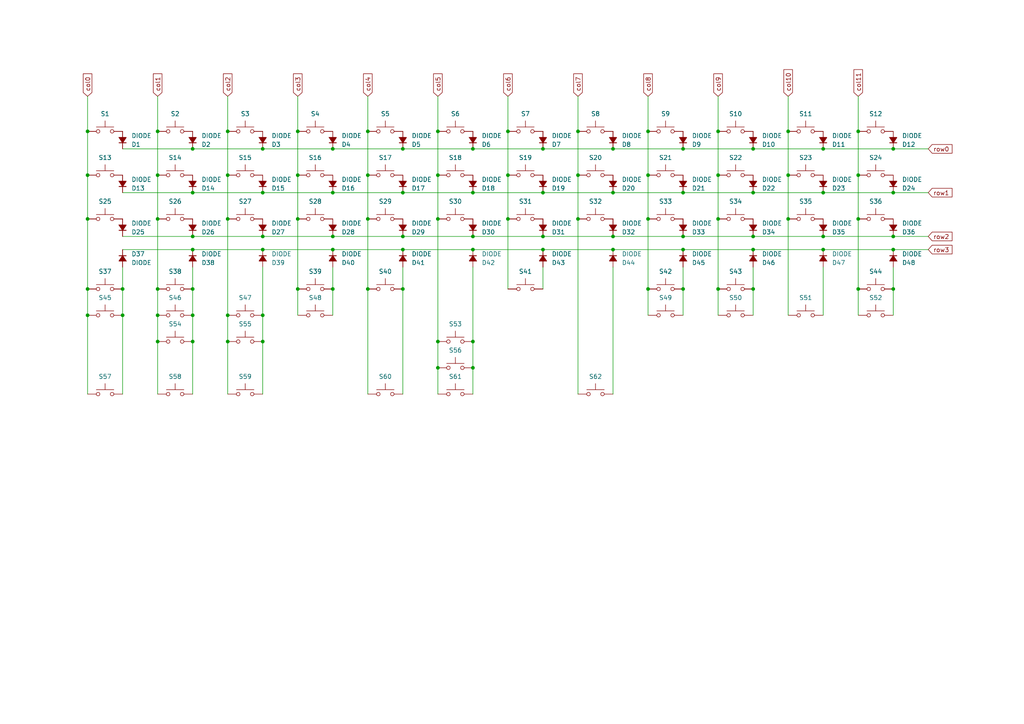
<source format=kicad_sch>
(kicad_sch (version 20211123) (generator eeschema)

  (uuid 37f3f949-7b6b-4db0-9133-5098e1ab8843)

  (paper "A4")

  (title_block
    (title "EK_Van")
    (date "2022-11-18")
    (rev "0")
    (company "ElsassKabel")
  )

  (lib_symbols
    (symbol "Device:D_Small_Filled" (pin_numbers hide) (pin_names (offset 0.254) hide) (in_bom yes) (on_board yes)
      (property "Reference" "D" (id 0) (at -1.27 2.032 0)
        (effects (font (size 1.27 1.27)) (justify left))
      )
      (property "Value" "D_Small_Filled" (id 1) (at -3.81 -2.032 0)
        (effects (font (size 1.27 1.27)) (justify left))
      )
      (property "Footprint" "" (id 2) (at 0 0 90)
        (effects (font (size 1.27 1.27)) hide)
      )
      (property "Datasheet" "~" (id 3) (at 0 0 90)
        (effects (font (size 1.27 1.27)) hide)
      )
      (property "ki_keywords" "diode" (id 4) (at 0 0 0)
        (effects (font (size 1.27 1.27)) hide)
      )
      (property "ki_description" "Diode, small symbol, filled shape" (id 5) (at 0 0 0)
        (effects (font (size 1.27 1.27)) hide)
      )
      (property "ki_fp_filters" "TO-???* *_Diode_* *SingleDiode* D_*" (id 6) (at 0 0 0)
        (effects (font (size 1.27 1.27)) hide)
      )
      (symbol "D_Small_Filled_0_1"
        (polyline
          (pts
            (xy -0.762 -1.016)
            (xy -0.762 1.016)
          )
          (stroke (width 0.254) (type default) (color 0 0 0 0))
          (fill (type none))
        )
        (polyline
          (pts
            (xy -0.762 0)
            (xy 0.762 0)
          )
          (stroke (width 0) (type default) (color 0 0 0 0))
          (fill (type none))
        )
        (polyline
          (pts
            (xy 0.762 -1.016)
            (xy -0.762 0)
            (xy 0.762 1.016)
            (xy 0.762 -1.016)
          )
          (stroke (width 0.254) (type default) (color 0 0 0 0))
          (fill (type outline))
        )
      )
      (symbol "D_Small_Filled_1_1"
        (pin passive line (at -2.54 0 0) (length 1.778)
          (name "K" (effects (font (size 1.27 1.27))))
          (number "1" (effects (font (size 1.27 1.27))))
        )
        (pin passive line (at 2.54 0 180) (length 1.778)
          (name "A" (effects (font (size 1.27 1.27))))
          (number "2" (effects (font (size 1.27 1.27))))
        )
      )
    )
    (symbol "Switch:SW_Push" (pin_numbers hide) (pin_names (offset 1.016) hide) (in_bom yes) (on_board yes)
      (property "Reference" "SW" (id 0) (at 1.27 2.54 0)
        (effects (font (size 1.27 1.27)) (justify left))
      )
      (property "Value" "SW_Push" (id 1) (at 0 -1.524 0)
        (effects (font (size 1.27 1.27)))
      )
      (property "Footprint" "" (id 2) (at 0 5.08 0)
        (effects (font (size 1.27 1.27)) hide)
      )
      (property "Datasheet" "~" (id 3) (at 0 5.08 0)
        (effects (font (size 1.27 1.27)) hide)
      )
      (property "ki_keywords" "switch normally-open pushbutton push-button" (id 4) (at 0 0 0)
        (effects (font (size 1.27 1.27)) hide)
      )
      (property "ki_description" "Push button switch, generic, two pins" (id 5) (at 0 0 0)
        (effects (font (size 1.27 1.27)) hide)
      )
      (symbol "SW_Push_0_1"
        (circle (center -2.032 0) (radius 0.508)
          (stroke (width 0) (type default) (color 0 0 0 0))
          (fill (type none))
        )
        (polyline
          (pts
            (xy 0 1.27)
            (xy 0 3.048)
          )
          (stroke (width 0) (type default) (color 0 0 0 0))
          (fill (type none))
        )
        (polyline
          (pts
            (xy 2.54 1.27)
            (xy -2.54 1.27)
          )
          (stroke (width 0) (type default) (color 0 0 0 0))
          (fill (type none))
        )
        (circle (center 2.032 0) (radius 0.508)
          (stroke (width 0) (type default) (color 0 0 0 0))
          (fill (type none))
        )
        (pin passive line (at -5.08 0 0) (length 2.54)
          (name "1" (effects (font (size 1.27 1.27))))
          (number "1" (effects (font (size 1.27 1.27))))
        )
        (pin passive line (at 5.08 0 180) (length 2.54)
          (name "2" (effects (font (size 1.27 1.27))))
          (number "2" (effects (font (size 1.27 1.27))))
        )
      )
    )
  )

  (junction (at 167.64 50.8) (diameter 0) (color 0 0 0 0)
    (uuid 001734c5-12ac-4851-9014-40ad77b6822d)
  )
  (junction (at 167.64 63.5) (diameter 0) (color 0 0 0 0)
    (uuid 04bb396e-d8aa-4305-bc60-98e065b87b8f)
  )
  (junction (at 198.12 72.39) (diameter 0) (color 0 0 0 0)
    (uuid 05ef1956-62a8-4bc5-96b7-6b16657c935f)
  )
  (junction (at 157.48 72.39) (diameter 0) (color 0 0 0 0)
    (uuid 0ceb0652-bf37-4cf8-8b9b-dfe1eac72658)
  )
  (junction (at 238.76 72.39) (diameter 0) (color 0 0 0 0)
    (uuid 0de6ed9a-e532-4fd5-b771-62594324252a)
  )
  (junction (at 198.12 68.58) (diameter 0) (color 0 0 0 0)
    (uuid 1131a1e5-2ace-478b-80c9-cce119d29476)
  )
  (junction (at 45.72 50.8) (diameter 0) (color 0 0 0 0)
    (uuid 11977d02-b4ad-43ee-94ff-172aa617bfbb)
  )
  (junction (at 55.88 83.82) (diameter 0) (color 0 0 0 0)
    (uuid 1232acb0-e602-4c01-a8d0-ad26645ceeff)
  )
  (junction (at 147.32 63.5) (diameter 0) (color 0 0 0 0)
    (uuid 1649f423-fb66-4ccb-8071-d5fd43da1933)
  )
  (junction (at 76.2 72.39) (diameter 0) (color 0 0 0 0)
    (uuid 19407450-2912-42ed-8ae9-6285a2792158)
  )
  (junction (at 106.68 63.5) (diameter 0) (color 0 0 0 0)
    (uuid 1aaebe26-4d19-4132-8051-baad15cd048b)
  )
  (junction (at 96.52 43.18) (diameter 0) (color 0 0 0 0)
    (uuid 1bfa8b4a-9659-4728-b514-33bd6e48ce5b)
  )
  (junction (at 137.16 99.06) (diameter 0) (color 0 0 0 0)
    (uuid 1c28dda9-f526-4b50-b96c-632989ca0b4e)
  )
  (junction (at 106.68 38.1) (diameter 0) (color 0 0 0 0)
    (uuid 1fbbc7da-56ca-4f35-aa21-e997d92c6cff)
  )
  (junction (at 106.68 50.8) (diameter 0) (color 0 0 0 0)
    (uuid 2234ab9a-e468-4257-9636-b885e0a99852)
  )
  (junction (at 177.8 72.39) (diameter 0) (color 0 0 0 0)
    (uuid 267c3f55-e215-47d7-97f5-7e3e75d5047a)
  )
  (junction (at 55.88 43.18) (diameter 0) (color 0 0 0 0)
    (uuid 283edb52-8e78-4558-a909-c0a39c458d2b)
  )
  (junction (at 147.32 38.1) (diameter 0) (color 0 0 0 0)
    (uuid 29365875-7410-4031-8314-4c247558f58f)
  )
  (junction (at 66.04 91.44) (diameter 0) (color 0 0 0 0)
    (uuid 2b48ee40-ad4a-4e79-805e-66133813a262)
  )
  (junction (at 66.04 50.8) (diameter 0) (color 0 0 0 0)
    (uuid 2b741e29-76ce-43b3-9432-ef4125a32e6d)
  )
  (junction (at 187.96 50.8) (diameter 0) (color 0 0 0 0)
    (uuid 2c4df4a5-ba11-4908-87e0-c8199866f5e6)
  )
  (junction (at 238.76 68.58) (diameter 0) (color 0 0 0 0)
    (uuid 2cac7f9a-33f6-4c60-b0bc-3948793d2467)
  )
  (junction (at 86.36 50.8) (diameter 0) (color 0 0 0 0)
    (uuid 2d46f287-8c2d-4750-a4b4-264d501a2430)
  )
  (junction (at 76.2 68.58) (diameter 0) (color 0 0 0 0)
    (uuid 2fb51f6a-13c7-40c1-ad02-a6bfba87d3a3)
  )
  (junction (at 259.08 83.82) (diameter 0) (color 0 0 0 0)
    (uuid 31bc7d93-5d64-495f-b670-5347dbdfff1b)
  )
  (junction (at 248.92 38.1) (diameter 0) (color 0 0 0 0)
    (uuid 379a253d-7c72-406b-9225-0430a0eac989)
  )
  (junction (at 25.4 91.44) (diameter 0) (color 0 0 0 0)
    (uuid 3d3e4306-6181-45ec-a7f0-862600e6f1e7)
  )
  (junction (at 25.4 38.1) (diameter 0) (color 0 0 0 0)
    (uuid 3d452f4a-9f4f-40f3-89ea-b4c646bbd01e)
  )
  (junction (at 76.2 55.88) (diameter 0) (color 0 0 0 0)
    (uuid 3e99de08-eb5e-4a2c-b429-31465fa02761)
  )
  (junction (at 45.72 38.1) (diameter 0) (color 0 0 0 0)
    (uuid 3ffccf76-c690-4d5c-a421-f246d8ecabd9)
  )
  (junction (at 228.6 38.1) (diameter 0) (color 0 0 0 0)
    (uuid 41ccc059-987b-491e-926f-6c6431648c8a)
  )
  (junction (at 76.2 43.18) (diameter 0) (color 0 0 0 0)
    (uuid 4292ba72-4c27-4740-b5eb-035f50ead95e)
  )
  (junction (at 55.88 68.58) (diameter 0) (color 0 0 0 0)
    (uuid 42b3a95a-a02c-492f-9f20-0023ec67a971)
  )
  (junction (at 259.08 43.18) (diameter 0) (color 0 0 0 0)
    (uuid 43970e6c-82dd-4754-9df3-7849cbbe1287)
  )
  (junction (at 66.04 99.06) (diameter 0) (color 0 0 0 0)
    (uuid 4ad16cd3-0546-4701-8f4e-88da43a81a57)
  )
  (junction (at 187.96 83.82) (diameter 0) (color 0 0 0 0)
    (uuid 5060baa2-432d-46e8-bb05-7ac171468949)
  )
  (junction (at 86.36 83.82) (diameter 0) (color 0 0 0 0)
    (uuid 52513447-e155-4700-9716-cfa4afb86ea8)
  )
  (junction (at 157.48 43.18) (diameter 0) (color 0 0 0 0)
    (uuid 5856381c-3a38-447f-9fa3-b4d1b4a8ef62)
  )
  (junction (at 45.72 91.44) (diameter 0) (color 0 0 0 0)
    (uuid 59f1155b-4711-4cfc-9db2-9fd4a6a73b26)
  )
  (junction (at 177.8 55.88) (diameter 0) (color 0 0 0 0)
    (uuid 5a812dac-ab16-45d8-be95-af1e7c9488d1)
  )
  (junction (at 96.52 83.82) (diameter 0) (color 0 0 0 0)
    (uuid 5de27519-8179-4752-91d4-83b5261a764a)
  )
  (junction (at 187.96 63.5) (diameter 0) (color 0 0 0 0)
    (uuid 5e164ab8-99c9-410a-a729-1792a9ce65aa)
  )
  (junction (at 208.28 38.1) (diameter 0) (color 0 0 0 0)
    (uuid 61d0eb0f-492c-435a-be26-c1316255b04a)
  )
  (junction (at 157.48 68.58) (diameter 0) (color 0 0 0 0)
    (uuid 67292730-2bdc-428f-bcaf-756391609406)
  )
  (junction (at 25.4 50.8) (diameter 0) (color 0 0 0 0)
    (uuid 6c26820a-5c46-4766-b8ce-0ad531524a28)
  )
  (junction (at 116.84 72.39) (diameter 0) (color 0 0 0 0)
    (uuid 6c63c681-14d8-4a8e-a021-f8507cc1b895)
  )
  (junction (at 96.52 55.88) (diameter 0) (color 0 0 0 0)
    (uuid 6e2345a5-be0c-4a3b-90d8-d74c656d6185)
  )
  (junction (at 45.72 63.5) (diameter 0) (color 0 0 0 0)
    (uuid 6e51bd51-b4d8-4850-bd89-c85a52034d8d)
  )
  (junction (at 198.12 55.88) (diameter 0) (color 0 0 0 0)
    (uuid 6ede94b2-ea73-4370-9608-5b47377da620)
  )
  (junction (at 106.68 83.82) (diameter 0) (color 0 0 0 0)
    (uuid 6fc10c22-3413-4358-bbc3-52a3cb06355e)
  )
  (junction (at 35.56 83.82) (diameter 0) (color 0 0 0 0)
    (uuid 71d10645-1a1d-45ba-9501-08ebe34ed0a2)
  )
  (junction (at 167.64 38.1) (diameter 0) (color 0 0 0 0)
    (uuid 731a9913-e6e3-4313-8212-973a36b2d7bf)
  )
  (junction (at 116.84 83.82) (diameter 0) (color 0 0 0 0)
    (uuid 732fd048-1c2e-4b5f-8f93-e6483e71a253)
  )
  (junction (at 238.76 43.18) (diameter 0) (color 0 0 0 0)
    (uuid 735eb252-a280-4ae8-afe6-5acf3103fff2)
  )
  (junction (at 35.56 91.44) (diameter 0) (color 0 0 0 0)
    (uuid 749197f1-5ab6-46df-bf32-aebbff41d2fb)
  )
  (junction (at 198.12 83.82) (diameter 0) (color 0 0 0 0)
    (uuid 7691e9f2-1489-4b7f-b720-c17c8f4d411a)
  )
  (junction (at 208.28 63.5) (diameter 0) (color 0 0 0 0)
    (uuid 79aca2e1-2aeb-417d-bc13-391fb1854a9b)
  )
  (junction (at 259.08 68.58) (diameter 0) (color 0 0 0 0)
    (uuid 7c244d6b-5491-4c33-a34f-5b1f2f50753d)
  )
  (junction (at 248.92 63.5) (diameter 0) (color 0 0 0 0)
    (uuid 7d3a5af9-7c19-498b-9292-35eaad556dc8)
  )
  (junction (at 45.72 99.06) (diameter 0) (color 0 0 0 0)
    (uuid 824511bd-5883-4eee-a774-fc3307d5b812)
  )
  (junction (at 55.88 72.39) (diameter 0) (color 0 0 0 0)
    (uuid 8336605e-dd0f-4a7d-9aee-5717a42d52af)
  )
  (junction (at 208.28 50.8) (diameter 0) (color 0 0 0 0)
    (uuid 85b43dd2-7eb3-4054-8002-d0cd0b095856)
  )
  (junction (at 116.84 55.88) (diameter 0) (color 0 0 0 0)
    (uuid 8a8b2cae-30a2-4f6d-822f-1aa3bb69e0dc)
  )
  (junction (at 25.4 83.82) (diameter 0) (color 0 0 0 0)
    (uuid 8a9913ec-368c-49f5-9c6c-ee3aedb9d6ad)
  )
  (junction (at 259.08 55.88) (diameter 0) (color 0 0 0 0)
    (uuid 8ae1b5f7-0518-409f-8ead-806391283571)
  )
  (junction (at 96.52 72.39) (diameter 0) (color 0 0 0 0)
    (uuid 8db63ebe-2e9a-4c31-9d8d-c18aabdcac85)
  )
  (junction (at 177.8 68.58) (diameter 0) (color 0 0 0 0)
    (uuid 9210b410-8300-43fd-9ae6-e791f6255040)
  )
  (junction (at 218.44 68.58) (diameter 0) (color 0 0 0 0)
    (uuid 927df9ab-a30b-452d-9859-3d17dc0341f1)
  )
  (junction (at 76.2 91.44) (diameter 0) (color 0 0 0 0)
    (uuid 929598a9-ccb2-480b-9bdc-c79a721138e2)
  )
  (junction (at 55.88 91.44) (diameter 0) (color 0 0 0 0)
    (uuid 935d62b9-3f06-4d70-ae79-b397bcef2e65)
  )
  (junction (at 116.84 43.18) (diameter 0) (color 0 0 0 0)
    (uuid 93df091c-e2f4-413b-9cc1-f04a55b828d1)
  )
  (junction (at 127 50.8) (diameter 0) (color 0 0 0 0)
    (uuid 9630805c-5039-4878-ad41-fe05c68cb56b)
  )
  (junction (at 248.92 50.8) (diameter 0) (color 0 0 0 0)
    (uuid 97b1f1bc-5e07-4a7e-b9d6-b7149667e9d1)
  )
  (junction (at 208.28 83.82) (diameter 0) (color 0 0 0 0)
    (uuid 98e801db-bef7-49cc-80cf-8b4827e28433)
  )
  (junction (at 66.04 38.1) (diameter 0) (color 0 0 0 0)
    (uuid 9a797d45-515a-4dcb-bce1-3832d647e838)
  )
  (junction (at 147.32 50.8) (diameter 0) (color 0 0 0 0)
    (uuid 9b7ecac8-a39c-4fc8-a9ae-49a3804b1ec3)
  )
  (junction (at 218.44 43.18) (diameter 0) (color 0 0 0 0)
    (uuid 9b9fbb29-0b47-4bd0-84a4-9c7c61c688fc)
  )
  (junction (at 248.92 83.82) (diameter 0) (color 0 0 0 0)
    (uuid 9f792838-8e71-461e-8613-4a2a3d3a4325)
  )
  (junction (at 25.4 63.5) (diameter 0) (color 0 0 0 0)
    (uuid a04f8a01-bbb9-4bd7-87c9-7af6dd1c0dbe)
  )
  (junction (at 86.36 38.1) (diameter 0) (color 0 0 0 0)
    (uuid a2eaf260-63a9-433e-82bf-7b721c19ae4b)
  )
  (junction (at 137.16 68.58) (diameter 0) (color 0 0 0 0)
    (uuid a8e61283-0623-4997-ad93-9cbd6d92cc42)
  )
  (junction (at 218.44 55.88) (diameter 0) (color 0 0 0 0)
    (uuid adfda1c5-1236-4170-9127-ff69cd037979)
  )
  (junction (at 127 99.06) (diameter 0) (color 0 0 0 0)
    (uuid ae5ac738-9a5c-42a9-80d5-49cc9c8f49d2)
  )
  (junction (at 127 106.68) (diameter 0) (color 0 0 0 0)
    (uuid b4af9741-f897-4ad2-b5c9-d0d234e1a94a)
  )
  (junction (at 66.04 63.5) (diameter 0) (color 0 0 0 0)
    (uuid b6363076-1695-4d0d-b416-5899211b1860)
  )
  (junction (at 137.16 72.39) (diameter 0) (color 0 0 0 0)
    (uuid b6cd42a3-7e0f-42cb-afee-bca60806d1d8)
  )
  (junction (at 96.52 68.58) (diameter 0) (color 0 0 0 0)
    (uuid b7231fb6-5db9-4e03-8c96-b534e35e2e7d)
  )
  (junction (at 116.84 68.58) (diameter 0) (color 0 0 0 0)
    (uuid b7a20594-b924-440c-8ef1-26ec50665a33)
  )
  (junction (at 218.44 83.82) (diameter 0) (color 0 0 0 0)
    (uuid bbdbeff9-2233-4aa5-957c-424e1b4b1023)
  )
  (junction (at 259.08 72.39) (diameter 0) (color 0 0 0 0)
    (uuid be20017c-6212-463e-8cfe-663bd606696f)
  )
  (junction (at 45.72 83.82) (diameter 0) (color 0 0 0 0)
    (uuid bfc1a6e4-a13f-427c-9201-3cba02450335)
  )
  (junction (at 86.36 63.5) (diameter 0) (color 0 0 0 0)
    (uuid bfdfab43-5fda-46ff-992b-d26c58062583)
  )
  (junction (at 228.6 63.5) (diameter 0) (color 0 0 0 0)
    (uuid c0eb1899-4945-433a-8868-d92825b7fef4)
  )
  (junction (at 55.88 99.06) (diameter 0) (color 0 0 0 0)
    (uuid c6ff2f2e-76ac-4821-adf0-b8323f669c6a)
  )
  (junction (at 228.6 50.8) (diameter 0) (color 0 0 0 0)
    (uuid c7a9f014-9520-46db-86c6-73b97e20383a)
  )
  (junction (at 137.16 43.18) (diameter 0) (color 0 0 0 0)
    (uuid ca56ee37-1736-4722-bcf3-a3d415e62aa7)
  )
  (junction (at 55.88 55.88) (diameter 0) (color 0 0 0 0)
    (uuid cc5c017b-69b7-44a0-8b67-b23537396953)
  )
  (junction (at 198.12 43.18) (diameter 0) (color 0 0 0 0)
    (uuid cdbf1ee6-81c2-4bfd-bba6-11f59282b504)
  )
  (junction (at 137.16 106.68) (diameter 0) (color 0 0 0 0)
    (uuid d6f85ae4-a218-4de3-98f9-caabfd0fbf19)
  )
  (junction (at 137.16 55.88) (diameter 0) (color 0 0 0 0)
    (uuid d734ad51-039d-43ca-b5d2-62fdbe8fea80)
  )
  (junction (at 218.44 72.39) (diameter 0) (color 0 0 0 0)
    (uuid dddcd26d-f418-4dbb-a2a9-434d65de11e8)
  )
  (junction (at 127 38.1) (diameter 0) (color 0 0 0 0)
    (uuid e2c16137-3080-48fc-8cc2-41e300c8ff42)
  )
  (junction (at 177.8 43.18) (diameter 0) (color 0 0 0 0)
    (uuid e3a72a53-357c-45bc-b27b-fbd866704288)
  )
  (junction (at 157.48 55.88) (diameter 0) (color 0 0 0 0)
    (uuid e5f0cbf5-6c21-4471-99d7-4869f68e1562)
  )
  (junction (at 238.76 55.88) (diameter 0) (color 0 0 0 0)
    (uuid ed6235f2-52e0-4c87-b816-5220c582364a)
  )
  (junction (at 187.96 38.1) (diameter 0) (color 0 0 0 0)
    (uuid f459a8bd-d357-40bf-bbcc-de2c851550b3)
  )
  (junction (at 127 63.5) (diameter 0) (color 0 0 0 0)
    (uuid fa9994cd-39dc-4143-ba9a-2ba61d518dfa)
  )
  (junction (at 76.2 99.06) (diameter 0) (color 0 0 0 0)
    (uuid fba8dd35-4020-40b8-a944-f839fc005e86)
  )

  (wire (pts (xy 137.16 106.68) (xy 137.16 114.3))
    (stroke (width 0) (type default) (color 0 0 0 0))
    (uuid 00ab8047-5858-4b24-8cd5-5b7623235814)
  )
  (wire (pts (xy 25.4 38.1) (xy 25.4 50.8))
    (stroke (width 0) (type default) (color 0 0 0 0))
    (uuid 0122d66c-a37d-46e8-884b-492c182cd02c)
  )
  (wire (pts (xy 66.04 91.44) (xy 66.04 99.06))
    (stroke (width 0) (type default) (color 0 0 0 0))
    (uuid 04c8d306-84dd-4998-9f13-b104c3ef623e)
  )
  (wire (pts (xy 106.68 50.8) (xy 106.68 63.5))
    (stroke (width 0) (type default) (color 0 0 0 0))
    (uuid 055193a6-43b3-455b-b45f-9bbf35e2381b)
  )
  (wire (pts (xy 167.64 38.1) (xy 167.64 27.94))
    (stroke (width 0) (type default) (color 0 0 0 0))
    (uuid 080b2e92-562a-4f55-83b3-f9b5a6a46501)
  )
  (wire (pts (xy 66.04 50.8) (xy 66.04 63.5))
    (stroke (width 0) (type default) (color 0 0 0 0))
    (uuid 0950177d-82a3-4366-96a9-29f2f4349c06)
  )
  (wire (pts (xy 228.6 38.1) (xy 228.6 27.94))
    (stroke (width 0) (type default) (color 0 0 0 0))
    (uuid 0aff0e44-eeb8-4f05-9cce-b5ced5031310)
  )
  (wire (pts (xy 218.44 68.58) (xy 238.76 68.58))
    (stroke (width 0) (type default) (color 0 0 0 0))
    (uuid 0b436173-3264-4d6a-a004-a455ac920442)
  )
  (wire (pts (xy 137.16 43.18) (xy 157.48 43.18))
    (stroke (width 0) (type default) (color 0 0 0 0))
    (uuid 0cd25949-6648-40c1-9da1-18cf6134464f)
  )
  (wire (pts (xy 66.04 38.1) (xy 66.04 27.94))
    (stroke (width 0) (type default) (color 0 0 0 0))
    (uuid 0d9f987a-2a23-453d-812f-364a27ca6161)
  )
  (wire (pts (xy 45.72 38.1) (xy 45.72 27.94))
    (stroke (width 0) (type default) (color 0 0 0 0))
    (uuid 0fd2cda7-1eab-411f-8754-3bbf9ec25af6)
  )
  (wire (pts (xy 55.88 72.39) (xy 76.2 72.39))
    (stroke (width 0) (type default) (color 0 0 0 0))
    (uuid 10ed48f6-c86e-4ef4-a17c-04044a40bcb3)
  )
  (wire (pts (xy 25.4 83.82) (xy 25.4 91.44))
    (stroke (width 0) (type default) (color 0 0 0 0))
    (uuid 119a6bf4-fa23-41a2-b513-549eb85cfb35)
  )
  (wire (pts (xy 228.6 63.5) (xy 228.6 91.44))
    (stroke (width 0) (type default) (color 0 0 0 0))
    (uuid 12931551-4fd4-478e-8115-dd41052b9ece)
  )
  (wire (pts (xy 45.72 99.06) (xy 45.72 114.3))
    (stroke (width 0) (type default) (color 0 0 0 0))
    (uuid 13cfa728-0450-44c1-b2d3-ef83b801d3fc)
  )
  (wire (pts (xy 96.52 55.88) (xy 116.84 55.88))
    (stroke (width 0) (type default) (color 0 0 0 0))
    (uuid 166ed4bf-2a5c-4773-ac10-5d8b23c6123f)
  )
  (wire (pts (xy 238.76 55.88) (xy 259.08 55.88))
    (stroke (width 0) (type default) (color 0 0 0 0))
    (uuid 167c48f6-8075-4f73-95c7-5ae5b21538c3)
  )
  (wire (pts (xy 157.48 68.58) (xy 177.8 68.58))
    (stroke (width 0) (type default) (color 0 0 0 0))
    (uuid 18e04f5b-aea8-4a4a-96f3-866eaf07130d)
  )
  (wire (pts (xy 116.84 72.39) (xy 137.16 72.39))
    (stroke (width 0) (type default) (color 0 0 0 0))
    (uuid 19553e2c-1f29-4e9f-a026-13483e78d9b3)
  )
  (wire (pts (xy 259.08 77.47) (xy 259.08 83.82))
    (stroke (width 0) (type default) (color 0 0 0 0))
    (uuid 1a518eba-7d11-43be-ba15-23ac96b0c6cf)
  )
  (wire (pts (xy 25.4 91.44) (xy 25.4 114.3))
    (stroke (width 0) (type default) (color 0 0 0 0))
    (uuid 213f693e-95da-4090-a84c-6326c60e46a1)
  )
  (wire (pts (xy 218.44 77.47) (xy 218.44 83.82))
    (stroke (width 0) (type default) (color 0 0 0 0))
    (uuid 29fbfe2c-65b6-422b-80d2-fa0c8693200d)
  )
  (wire (pts (xy 76.2 77.47) (xy 76.2 91.44))
    (stroke (width 0) (type default) (color 0 0 0 0))
    (uuid 2ed3ca9d-52ad-4752-b207-ca018848c792)
  )
  (wire (pts (xy 147.32 50.8) (xy 147.32 63.5))
    (stroke (width 0) (type default) (color 0 0 0 0))
    (uuid 308a5268-d396-4702-b73b-6fe83c181ae0)
  )
  (wire (pts (xy 55.88 91.44) (xy 55.88 99.06))
    (stroke (width 0) (type default) (color 0 0 0 0))
    (uuid 31c37a7c-84d0-4cb8-876d-400802c74609)
  )
  (wire (pts (xy 116.84 83.82) (xy 116.84 114.3))
    (stroke (width 0) (type default) (color 0 0 0 0))
    (uuid 33805fa6-89ad-4fe5-86f8-7b643c31ba16)
  )
  (wire (pts (xy 106.68 50.8) (xy 106.68 38.1))
    (stroke (width 0) (type default) (color 0 0 0 0))
    (uuid 33cac3f0-86d8-4904-9437-fb548eedccd4)
  )
  (wire (pts (xy 259.08 68.58) (xy 269.24 68.58))
    (stroke (width 0) (type default) (color 0 0 0 0))
    (uuid 35063928-f2d5-482e-a429-989145c66b41)
  )
  (wire (pts (xy 86.36 63.5) (xy 86.36 83.82))
    (stroke (width 0) (type default) (color 0 0 0 0))
    (uuid 37c0f5d0-c120-427a-9e0a-aedf85ee2259)
  )
  (wire (pts (xy 76.2 68.58) (xy 96.52 68.58))
    (stroke (width 0) (type default) (color 0 0 0 0))
    (uuid 38cb0113-d076-48c2-8623-dfbe8a177719)
  )
  (wire (pts (xy 86.36 83.82) (xy 86.36 91.44))
    (stroke (width 0) (type default) (color 0 0 0 0))
    (uuid 39bf0e71-0eda-452f-a070-d39967775362)
  )
  (wire (pts (xy 137.16 72.39) (xy 157.48 72.39))
    (stroke (width 0) (type default) (color 0 0 0 0))
    (uuid 39c5606d-468a-47eb-a7bd-33207fa2e8a8)
  )
  (wire (pts (xy 45.72 91.44) (xy 45.72 99.06))
    (stroke (width 0) (type default) (color 0 0 0 0))
    (uuid 3fdbf69a-ec20-4346-b9a0-1198f5fbb749)
  )
  (wire (pts (xy 86.36 38.1) (xy 86.36 50.8))
    (stroke (width 0) (type default) (color 0 0 0 0))
    (uuid 3fe8b529-5fc0-44a7-99b1-d78aa3bd0870)
  )
  (wire (pts (xy 187.96 50.8) (xy 187.96 63.5))
    (stroke (width 0) (type default) (color 0 0 0 0))
    (uuid 40e830ed-565c-4a2c-801a-09ef119a3b9f)
  )
  (wire (pts (xy 35.56 91.44) (xy 35.56 114.3))
    (stroke (width 0) (type default) (color 0 0 0 0))
    (uuid 42bc42d1-ad01-4894-9514-68bfd2291e0e)
  )
  (wire (pts (xy 208.28 50.8) (xy 208.28 38.1))
    (stroke (width 0) (type default) (color 0 0 0 0))
    (uuid 44af3539-07c9-4eaf-8187-f524916a3a01)
  )
  (wire (pts (xy 187.96 38.1) (xy 187.96 27.94))
    (stroke (width 0) (type default) (color 0 0 0 0))
    (uuid 44b2adda-c8da-46ad-851c-bcdd5dfaaad6)
  )
  (wire (pts (xy 116.84 68.58) (xy 137.16 68.58))
    (stroke (width 0) (type default) (color 0 0 0 0))
    (uuid 45f37e3f-df16-4175-87ee-5efde714c716)
  )
  (wire (pts (xy 177.8 43.18) (xy 198.12 43.18))
    (stroke (width 0) (type default) (color 0 0 0 0))
    (uuid 46d30163-ebe9-441d-bf1a-0c3449f742ea)
  )
  (wire (pts (xy 45.72 63.5) (xy 45.72 83.82))
    (stroke (width 0) (type default) (color 0 0 0 0))
    (uuid 46f71411-33cc-4af7-bd4b-893354f3191d)
  )
  (wire (pts (xy 116.84 55.88) (xy 137.16 55.88))
    (stroke (width 0) (type default) (color 0 0 0 0))
    (uuid 486bbe95-5e80-4797-8544-afa587159662)
  )
  (wire (pts (xy 55.88 99.06) (xy 55.88 114.3))
    (stroke (width 0) (type default) (color 0 0 0 0))
    (uuid 4a935059-aa0c-4d67-a98d-d46144759763)
  )
  (wire (pts (xy 127 63.5) (xy 127 99.06))
    (stroke (width 0) (type default) (color 0 0 0 0))
    (uuid 4b57ea58-d168-4c90-805b-e6b9c82e8073)
  )
  (wire (pts (xy 187.96 50.8) (xy 187.96 38.1))
    (stroke (width 0) (type default) (color 0 0 0 0))
    (uuid 4d61eef9-316c-4d82-a609-3e11c78027b8)
  )
  (wire (pts (xy 238.76 43.18) (xy 259.08 43.18))
    (stroke (width 0) (type default) (color 0 0 0 0))
    (uuid 521c8493-588d-43bb-871f-b5c45aec1397)
  )
  (wire (pts (xy 259.08 83.82) (xy 259.08 91.44))
    (stroke (width 0) (type default) (color 0 0 0 0))
    (uuid 57042783-12fb-4dd2-bbed-73cda1cd05e1)
  )
  (wire (pts (xy 96.52 83.82) (xy 96.52 91.44))
    (stroke (width 0) (type default) (color 0 0 0 0))
    (uuid 616f9b11-16df-41ae-b5c3-869ec7cedf4f)
  )
  (wire (pts (xy 25.4 38.1) (xy 25.4 27.94))
    (stroke (width 0) (type default) (color 0 0 0 0))
    (uuid 6807acab-512e-48da-b2db-9f52b1333b4a)
  )
  (wire (pts (xy 35.56 83.82) (xy 35.56 91.44))
    (stroke (width 0) (type default) (color 0 0 0 0))
    (uuid 6a7c20a1-bb29-4a4a-b11c-fcd45ff0c9ba)
  )
  (wire (pts (xy 76.2 91.44) (xy 76.2 99.06))
    (stroke (width 0) (type default) (color 0 0 0 0))
    (uuid 6b0efd7f-7e56-4355-a64d-306c2c416ed6)
  )
  (wire (pts (xy 238.76 77.47) (xy 238.76 91.44))
    (stroke (width 0) (type default) (color 0 0 0 0))
    (uuid 6d34779b-9038-4b0a-aa0b-6cec48950b86)
  )
  (wire (pts (xy 218.44 55.88) (xy 238.76 55.88))
    (stroke (width 0) (type default) (color 0 0 0 0))
    (uuid 6fa4f168-b985-43f2-a68c-ed588caddec8)
  )
  (wire (pts (xy 106.68 83.82) (xy 106.68 114.3))
    (stroke (width 0) (type default) (color 0 0 0 0))
    (uuid 7020bfe9-ceee-496d-a005-b347bbb0d78c)
  )
  (wire (pts (xy 198.12 55.88) (xy 218.44 55.88))
    (stroke (width 0) (type default) (color 0 0 0 0))
    (uuid 70bab91b-fe42-425f-a8df-09f1e8325a65)
  )
  (wire (pts (xy 45.72 38.1) (xy 45.72 50.8))
    (stroke (width 0) (type default) (color 0 0 0 0))
    (uuid 73df1257-08bb-48cb-a168-f4bde49a46c1)
  )
  (wire (pts (xy 86.36 63.5) (xy 86.36 50.8))
    (stroke (width 0) (type default) (color 0 0 0 0))
    (uuid 74b3bc39-b1b4-4d90-9429-1ae0ae21a422)
  )
  (wire (pts (xy 55.88 55.88) (xy 76.2 55.88))
    (stroke (width 0) (type default) (color 0 0 0 0))
    (uuid 751be4d7-5070-4ebc-8a1e-42d2db6286a8)
  )
  (wire (pts (xy 238.76 72.39) (xy 259.08 72.39))
    (stroke (width 0) (type default) (color 0 0 0 0))
    (uuid 7664b4ab-a123-442e-ad82-abd20b41d2a5)
  )
  (wire (pts (xy 177.8 77.47) (xy 177.8 114.3))
    (stroke (width 0) (type default) (color 0 0 0 0))
    (uuid 7fb5f227-d46b-423a-aefc-c8bd4ea5fa0a)
  )
  (wire (pts (xy 137.16 68.58) (xy 157.48 68.58))
    (stroke (width 0) (type default) (color 0 0 0 0))
    (uuid 80e67b8e-313a-4bd4-9d89-05fce91acfc7)
  )
  (wire (pts (xy 248.92 50.8) (xy 248.92 38.1))
    (stroke (width 0) (type default) (color 0 0 0 0))
    (uuid 82d6f107-86b8-48ed-b474-c3123944f102)
  )
  (wire (pts (xy 167.64 63.5) (xy 167.64 114.3))
    (stroke (width 0) (type default) (color 0 0 0 0))
    (uuid 83558614-d861-4e40-acc0-9d20485aa8e8)
  )
  (wire (pts (xy 147.32 38.1) (xy 147.32 27.94))
    (stroke (width 0) (type default) (color 0 0 0 0))
    (uuid 84f36c0c-9eda-411b-8042-088756d386de)
  )
  (wire (pts (xy 157.48 43.18) (xy 177.8 43.18))
    (stroke (width 0) (type default) (color 0 0 0 0))
    (uuid 8516f618-2846-4714-85cb-99b94aa8e391)
  )
  (wire (pts (xy 86.36 38.1) (xy 86.36 27.94))
    (stroke (width 0) (type default) (color 0 0 0 0))
    (uuid 86c3b5be-6bc7-4884-9326-77788acd4a33)
  )
  (wire (pts (xy 228.6 50.8) (xy 228.6 38.1))
    (stroke (width 0) (type default) (color 0 0 0 0))
    (uuid 8ae86f03-2f38-4281-918a-ec7c00e9c953)
  )
  (wire (pts (xy 248.92 63.5) (xy 248.92 83.82))
    (stroke (width 0) (type default) (color 0 0 0 0))
    (uuid 8b440938-150e-4bac-8810-5e344a112e31)
  )
  (wire (pts (xy 198.12 43.18) (xy 218.44 43.18))
    (stroke (width 0) (type default) (color 0 0 0 0))
    (uuid 8cf7611f-f853-4d54-8ee1-ecd482970881)
  )
  (wire (pts (xy 76.2 72.39) (xy 96.52 72.39))
    (stroke (width 0) (type default) (color 0 0 0 0))
    (uuid 8dfe0f33-2c1b-421a-94a1-023c3b93bb44)
  )
  (wire (pts (xy 96.52 43.18) (xy 116.84 43.18))
    (stroke (width 0) (type default) (color 0 0 0 0))
    (uuid 90369ffc-d873-4b5f-ab01-ddf820143b6f)
  )
  (wire (pts (xy 228.6 50.8) (xy 228.6 63.5))
    (stroke (width 0) (type default) (color 0 0 0 0))
    (uuid 91bf3a46-4936-4a1a-8bc0-4ad916e7049e)
  )
  (wire (pts (xy 66.04 99.06) (xy 66.04 114.3))
    (stroke (width 0) (type default) (color 0 0 0 0))
    (uuid 975d2d9a-030e-4742-976c-0bd42b490b0c)
  )
  (wire (pts (xy 35.56 77.47) (xy 35.56 83.82))
    (stroke (width 0) (type default) (color 0 0 0 0))
    (uuid 9e92e569-de54-42fe-b2a8-c4521e5abb07)
  )
  (wire (pts (xy 177.8 68.58) (xy 198.12 68.58))
    (stroke (width 0) (type default) (color 0 0 0 0))
    (uuid a0055436-5391-4365-bdc5-eb9f368b8053)
  )
  (wire (pts (xy 248.92 50.8) (xy 248.92 63.5))
    (stroke (width 0) (type default) (color 0 0 0 0))
    (uuid a21981e7-471d-496d-874d-ad6e9ef7ed1f)
  )
  (wire (pts (xy 116.84 43.18) (xy 137.16 43.18))
    (stroke (width 0) (type default) (color 0 0 0 0))
    (uuid a29de479-b025-4a19-b792-02c32cba7f3a)
  )
  (wire (pts (xy 106.68 38.1) (xy 106.68 27.94))
    (stroke (width 0) (type default) (color 0 0 0 0))
    (uuid a39ff098-0f13-402f-84c8-47a43bf00b5e)
  )
  (wire (pts (xy 55.88 43.18) (xy 76.2 43.18))
    (stroke (width 0) (type default) (color 0 0 0 0))
    (uuid a43da4f8-1a30-4299-9925-fbf2c0aacfda)
  )
  (wire (pts (xy 177.8 72.39) (xy 198.12 72.39))
    (stroke (width 0) (type default) (color 0 0 0 0))
    (uuid a53af29f-c312-40c4-b77f-7ab1378e0d93)
  )
  (wire (pts (xy 198.12 68.58) (xy 218.44 68.58))
    (stroke (width 0) (type default) (color 0 0 0 0))
    (uuid a7819de9-e101-4c21-9220-ddfd4c64a336)
  )
  (wire (pts (xy 157.48 55.88) (xy 177.8 55.88))
    (stroke (width 0) (type default) (color 0 0 0 0))
    (uuid a8e4a97f-39d3-44e2-ba85-67deb0cceaf8)
  )
  (wire (pts (xy 187.96 63.5) (xy 187.96 83.82))
    (stroke (width 0) (type default) (color 0 0 0 0))
    (uuid aa4edca6-34d2-43a6-af4d-19b00db79718)
  )
  (wire (pts (xy 76.2 43.18) (xy 96.52 43.18))
    (stroke (width 0) (type default) (color 0 0 0 0))
    (uuid aaa7e9fd-951f-449d-bae4-051ba6926664)
  )
  (wire (pts (xy 248.92 38.1) (xy 248.92 27.94))
    (stroke (width 0) (type default) (color 0 0 0 0))
    (uuid ac80588c-8fb9-432b-949b-622c3c4a28a0)
  )
  (wire (pts (xy 55.88 83.82) (xy 55.88 91.44))
    (stroke (width 0) (type default) (color 0 0 0 0))
    (uuid ace3f7a3-9550-49c7-ad31-3f2ac2cff7bf)
  )
  (wire (pts (xy 25.4 50.8) (xy 25.4 63.5))
    (stroke (width 0) (type default) (color 0 0 0 0))
    (uuid ada83cd5-4d05-4ba9-87d9-b76e411dfde2)
  )
  (wire (pts (xy 35.56 68.58) (xy 55.88 68.58))
    (stroke (width 0) (type default) (color 0 0 0 0))
    (uuid ae7bf2f8-569c-430f-a34b-7dac6bbf5bd5)
  )
  (wire (pts (xy 96.52 68.58) (xy 116.84 68.58))
    (stroke (width 0) (type default) (color 0 0 0 0))
    (uuid b33e2126-af68-4370-bf55-fedb35371cf0)
  )
  (wire (pts (xy 127 50.8) (xy 127 63.5))
    (stroke (width 0) (type default) (color 0 0 0 0))
    (uuid b3bfc72b-4060-44e2-98db-306487d79aad)
  )
  (wire (pts (xy 25.4 63.5) (xy 25.4 83.82))
    (stroke (width 0) (type default) (color 0 0 0 0))
    (uuid b3ca854d-d778-40a0-a1b7-dbd2b8f0a4ca)
  )
  (wire (pts (xy 127 38.1) (xy 127 27.94))
    (stroke (width 0) (type default) (color 0 0 0 0))
    (uuid b5880824-b198-476d-9caa-a607f17f5715)
  )
  (wire (pts (xy 137.16 77.47) (xy 137.16 99.06))
    (stroke (width 0) (type default) (color 0 0 0 0))
    (uuid b8c149e1-a37b-478c-a193-72743d2e6b29)
  )
  (wire (pts (xy 238.76 68.58) (xy 259.08 68.58))
    (stroke (width 0) (type default) (color 0 0 0 0))
    (uuid bc8cf659-b214-488f-903f-7fdfeb9dc6ee)
  )
  (wire (pts (xy 127 99.06) (xy 127 106.68))
    (stroke (width 0) (type default) (color 0 0 0 0))
    (uuid bdcc2372-c4c8-4c88-9859-c88bf7ca853d)
  )
  (wire (pts (xy 127 106.68) (xy 127 114.3))
    (stroke (width 0) (type default) (color 0 0 0 0))
    (uuid be1b7c94-8d58-472b-b87b-4b069aed092b)
  )
  (wire (pts (xy 157.48 77.47) (xy 157.48 83.82))
    (stroke (width 0) (type default) (color 0 0 0 0))
    (uuid be6345ec-632f-453c-9664-57997643e76f)
  )
  (wire (pts (xy 116.84 77.47) (xy 116.84 83.82))
    (stroke (width 0) (type default) (color 0 0 0 0))
    (uuid bed9530c-c730-496c-85ae-32582cc9546f)
  )
  (wire (pts (xy 55.88 68.58) (xy 76.2 68.58))
    (stroke (width 0) (type default) (color 0 0 0 0))
    (uuid bfa9e23e-e1ca-4133-b27f-e0c848e781c8)
  )
  (wire (pts (xy 76.2 55.88) (xy 96.52 55.88))
    (stroke (width 0) (type default) (color 0 0 0 0))
    (uuid c082b600-fb38-41a7-8748-00a95987a370)
  )
  (wire (pts (xy 259.08 55.88) (xy 269.24 55.88))
    (stroke (width 0) (type default) (color 0 0 0 0))
    (uuid c1e7afb2-77ec-438d-8c79-59c9fb275d3d)
  )
  (wire (pts (xy 96.52 77.47) (xy 96.52 83.82))
    (stroke (width 0) (type default) (color 0 0 0 0))
    (uuid c3b4c64e-2c60-427c-8fe3-6f8c0b30310d)
  )
  (wire (pts (xy 177.8 55.88) (xy 198.12 55.88))
    (stroke (width 0) (type default) (color 0 0 0 0))
    (uuid c684cb38-01e6-4aea-8520-b3baf0f2a03f)
  )
  (wire (pts (xy 137.16 55.88) (xy 157.48 55.88))
    (stroke (width 0) (type default) (color 0 0 0 0))
    (uuid c685b554-587d-457b-9ee3-99e32f7d89b2)
  )
  (wire (pts (xy 55.88 77.47) (xy 55.88 83.82))
    (stroke (width 0) (type default) (color 0 0 0 0))
    (uuid c78c90b8-8a2d-4917-8acb-a14865b50fdc)
  )
  (wire (pts (xy 45.72 83.82) (xy 45.72 91.44))
    (stroke (width 0) (type default) (color 0 0 0 0))
    (uuid c7c3c7f4-8667-43d8-b85a-06d00f5195cc)
  )
  (wire (pts (xy 147.32 50.8) (xy 147.32 38.1))
    (stroke (width 0) (type default) (color 0 0 0 0))
    (uuid c7fdc3e8-b24a-4d9c-8b5f-749c20baf583)
  )
  (wire (pts (xy 45.72 63.5) (xy 45.72 50.8))
    (stroke (width 0) (type default) (color 0 0 0 0))
    (uuid c8cbc675-29aa-433f-b676-ba43abd09af7)
  )
  (wire (pts (xy 35.56 72.39) (xy 55.88 72.39))
    (stroke (width 0) (type default) (color 0 0 0 0))
    (uuid c973a7be-7dd5-4671-a7dc-5b3341a82363)
  )
  (wire (pts (xy 127 50.8) (xy 127 38.1))
    (stroke (width 0) (type default) (color 0 0 0 0))
    (uuid ce2a5e7b-12df-4b2c-b73f-6b65114b01ef)
  )
  (wire (pts (xy 147.32 63.5) (xy 147.32 83.82))
    (stroke (width 0) (type default) (color 0 0 0 0))
    (uuid d09b7ef1-6561-42a4-91d3-063c90a90c75)
  )
  (wire (pts (xy 66.04 63.5) (xy 66.04 91.44))
    (stroke (width 0) (type default) (color 0 0 0 0))
    (uuid d13c543c-cf0a-49a6-9e06-e37530395e8d)
  )
  (wire (pts (xy 157.48 72.39) (xy 177.8 72.39))
    (stroke (width 0) (type default) (color 0 0 0 0))
    (uuid d1d2b678-c745-4963-8657-fdda00fc844d)
  )
  (wire (pts (xy 187.96 83.82) (xy 187.96 91.44))
    (stroke (width 0) (type default) (color 0 0 0 0))
    (uuid d1e057a5-312f-4321-8050-2ce249667f16)
  )
  (wire (pts (xy 167.64 50.8) (xy 167.64 63.5))
    (stroke (width 0) (type default) (color 0 0 0 0))
    (uuid d2e34e9c-c7a9-429a-b5ae-20d51849c002)
  )
  (wire (pts (xy 198.12 83.82) (xy 198.12 91.44))
    (stroke (width 0) (type default) (color 0 0 0 0))
    (uuid d5510bc9-657f-4ee3-9c34-68e350c21419)
  )
  (wire (pts (xy 208.28 83.82) (xy 208.28 91.44))
    (stroke (width 0) (type default) (color 0 0 0 0))
    (uuid d570e2b0-d6e6-474d-ad8f-6fb0bd3f28ac)
  )
  (wire (pts (xy 218.44 43.18) (xy 238.76 43.18))
    (stroke (width 0) (type default) (color 0 0 0 0))
    (uuid d90b05a2-8624-4504-a072-367da5694971)
  )
  (wire (pts (xy 218.44 83.82) (xy 218.44 91.44))
    (stroke (width 0) (type default) (color 0 0 0 0))
    (uuid da1c6f06-9b61-40c4-8a20-c8dcfad3d072)
  )
  (wire (pts (xy 137.16 99.06) (xy 137.16 106.68))
    (stroke (width 0) (type default) (color 0 0 0 0))
    (uuid dae4e862-66eb-484e-81c9-e6b025cd4542)
  )
  (wire (pts (xy 208.28 50.8) (xy 208.28 63.5))
    (stroke (width 0) (type default) (color 0 0 0 0))
    (uuid de8bff69-4238-4a0f-bd34-70aed0fe3e74)
  )
  (wire (pts (xy 208.28 63.5) (xy 208.28 83.82))
    (stroke (width 0) (type default) (color 0 0 0 0))
    (uuid e613f209-952b-4b79-a37a-c8f38eb6d400)
  )
  (wire (pts (xy 248.92 83.82) (xy 248.92 91.44))
    (stroke (width 0) (type default) (color 0 0 0 0))
    (uuid e86479d4-ae0d-461a-b5f9-a9eaa563ef36)
  )
  (wire (pts (xy 259.08 72.39) (xy 269.24 72.39))
    (stroke (width 0) (type default) (color 0 0 0 0))
    (uuid eba9d776-7331-4f92-b1c9-6b4fc9aafc82)
  )
  (wire (pts (xy 218.44 72.39) (xy 238.76 72.39))
    (stroke (width 0) (type default) (color 0 0 0 0))
    (uuid ecdb2d01-b2c0-45a6-bf33-a1da9b473daf)
  )
  (wire (pts (xy 76.2 99.06) (xy 76.2 114.3))
    (stroke (width 0) (type default) (color 0 0 0 0))
    (uuid f1a40db8-34b3-4f09-a5a9-c0d1fab04865)
  )
  (wire (pts (xy 198.12 72.39) (xy 218.44 72.39))
    (stroke (width 0) (type default) (color 0 0 0 0))
    (uuid f2275026-6e26-4ca8-92e6-9510ed3498ad)
  )
  (wire (pts (xy 35.56 43.18) (xy 55.88 43.18))
    (stroke (width 0) (type default) (color 0 0 0 0))
    (uuid f5699c0b-c9d9-4329-8d53-025b3a28bdc6)
  )
  (wire (pts (xy 167.64 50.8) (xy 167.64 38.1))
    (stroke (width 0) (type default) (color 0 0 0 0))
    (uuid f651f738-73cc-4490-bd37-b1a87cabd08f)
  )
  (wire (pts (xy 35.56 55.88) (xy 55.88 55.88))
    (stroke (width 0) (type default) (color 0 0 0 0))
    (uuid f78ca8a3-7d52-424c-84a3-89ce98761342)
  )
  (wire (pts (xy 198.12 77.47) (xy 198.12 83.82))
    (stroke (width 0) (type default) (color 0 0 0 0))
    (uuid f84cb164-0696-4cbd-9703-283a54a8520e)
  )
  (wire (pts (xy 96.52 72.39) (xy 116.84 72.39))
    (stroke (width 0) (type default) (color 0 0 0 0))
    (uuid fb854267-f610-4fac-b59f-300819d12053)
  )
  (wire (pts (xy 106.68 63.5) (xy 106.68 83.82))
    (stroke (width 0) (type default) (color 0 0 0 0))
    (uuid fe02e3c7-668b-47aa-bde4-b9a84f239429)
  )
  (wire (pts (xy 66.04 38.1) (xy 66.04 50.8))
    (stroke (width 0) (type default) (color 0 0 0 0))
    (uuid fe8f887a-2eff-445e-a669-10dbdec3b1b3)
  )
  (wire (pts (xy 208.28 38.1) (xy 208.28 27.94))
    (stroke (width 0) (type default) (color 0 0 0 0))
    (uuid fea88e62-37e5-4080-924f-c02154ec733b)
  )
  (wire (pts (xy 259.08 43.18) (xy 269.24 43.18))
    (stroke (width 0) (type default) (color 0 0 0 0))
    (uuid ff2cdf41-f26a-43d2-ae9f-08d33803b185)
  )

  (global_label "col9" (shape input) (at 208.28 27.94 90) (fields_autoplaced)
    (effects (font (size 1.27 1.27)) (justify left))
    (uuid 0626c730-feba-45e2-8363-b3c81021d2e3)
    (property "Intersheet References" "${INTERSHEET_REFS}" (id 0) (at 208.2006 21.4145 90)
      (effects (font (size 1.27 1.27)) (justify left) hide)
    )
  )
  (global_label "col10" (shape input) (at 228.6 27.94 90) (fields_autoplaced)
    (effects (font (size 1.27 1.27)) (justify left))
    (uuid 09993b9e-bc86-4e2b-b8b3-8af0a5f1e233)
    (property "Intersheet References" "${INTERSHEET_REFS}" (id 0) (at 228.5206 20.205 90)
      (effects (font (size 1.27 1.27)) (justify left) hide)
    )
  )
  (global_label "col2" (shape input) (at 66.04 27.94 90) (fields_autoplaced)
    (effects (font (size 1.27 1.27)) (justify left))
    (uuid 150e9987-d554-4ec5-8e13-12ea1ff2902e)
    (property "Intersheet References" "${INTERSHEET_REFS}" (id 0) (at 65.9606 21.4145 90)
      (effects (font (size 1.27 1.27)) (justify left) hide)
    )
  )
  (global_label "col1" (shape input) (at 45.72 27.94 90) (fields_autoplaced)
    (effects (font (size 1.27 1.27)) (justify left))
    (uuid 335fa4c6-33f2-461e-9afa-88554e010670)
    (property "Intersheet References" "${INTERSHEET_REFS}" (id 0) (at 45.7994 21.4145 90)
      (effects (font (size 1.27 1.27)) (justify left) hide)
    )
  )
  (global_label "col0" (shape input) (at 25.4 27.94 90) (fields_autoplaced)
    (effects (font (size 1.27 1.27)) (justify left))
    (uuid 429d786c-74be-4c96-a414-572058e5b61d)
    (property "Intersheet References" "${INTERSHEET_REFS}" (id 0) (at 25.4794 21.4145 90)
      (effects (font (size 1.27 1.27)) (justify left) hide)
    )
  )
  (global_label "col4" (shape input) (at 106.68 27.94 90) (fields_autoplaced)
    (effects (font (size 1.27 1.27)) (justify left))
    (uuid 6273d5a9-8142-418c-b175-cf6b110a33d6)
    (property "Intersheet References" "${INTERSHEET_REFS}" (id 0) (at 106.6006 21.4145 90)
      (effects (font (size 1.27 1.27)) (justify left) hide)
    )
  )
  (global_label "col8" (shape input) (at 187.96 27.94 90) (fields_autoplaced)
    (effects (font (size 1.27 1.27)) (justify left))
    (uuid 661475c4-ca98-4bea-b9aa-8b874dfc95e4)
    (property "Intersheet References" "${INTERSHEET_REFS}" (id 0) (at 187.8806 21.4145 90)
      (effects (font (size 1.27 1.27)) (justify left) hide)
    )
  )
  (global_label "col7" (shape input) (at 167.64 27.94 90) (fields_autoplaced)
    (effects (font (size 1.27 1.27)) (justify left))
    (uuid 8100527c-deb3-4181-90c3-64dc4773600d)
    (property "Intersheet References" "${INTERSHEET_REFS}" (id 0) (at 167.5606 21.4145 90)
      (effects (font (size 1.27 1.27)) (justify left) hide)
    )
  )
  (global_label "col5" (shape input) (at 127 27.94 90) (fields_autoplaced)
    (effects (font (size 1.27 1.27)) (justify left))
    (uuid 8b65a49f-d59e-402b-ad85-1aa03e908fd7)
    (property "Intersheet References" "${INTERSHEET_REFS}" (id 0) (at 126.9206 21.4145 90)
      (effects (font (size 1.27 1.27)) (justify left) hide)
    )
  )
  (global_label "col3" (shape input) (at 86.36 27.94 90) (fields_autoplaced)
    (effects (font (size 1.27 1.27)) (justify left))
    (uuid 8d6f3649-4c1b-4fd4-91ee-571bcd659deb)
    (property "Intersheet References" "${INTERSHEET_REFS}" (id 0) (at 86.2806 21.4145 90)
      (effects (font (size 1.27 1.27)) (justify left) hide)
    )
  )
  (global_label "row2" (shape input) (at 269.24 68.58 0) (fields_autoplaced)
    (effects (font (size 1.27 1.27)) (justify left))
    (uuid a1c30ad9-64d2-4448-a324-4b00f2b6e756)
    (property "Intersheet References" "${INTERSHEET_REFS}" (id 0) (at 276.1283 68.5006 0)
      (effects (font (size 1.27 1.27)) (justify left) hide)
    )
  )
  (global_label "col6" (shape input) (at 147.32 27.94 90) (fields_autoplaced)
    (effects (font (size 1.27 1.27)) (justify left))
    (uuid b2023a4f-4523-4a93-b87b-aa0c5a5b48d6)
    (property "Intersheet References" "${INTERSHEET_REFS}" (id 0) (at 147.2406 21.4145 90)
      (effects (font (size 1.27 1.27)) (justify left) hide)
    )
  )
  (global_label "row1" (shape input) (at 269.24 55.88 0) (fields_autoplaced)
    (effects (font (size 1.27 1.27)) (justify left))
    (uuid cc86a4f2-36be-4c8c-87c5-7503991bf666)
    (property "Intersheet References" "${INTERSHEET_REFS}" (id 0) (at 276.1283 55.8006 0)
      (effects (font (size 1.27 1.27)) (justify left) hide)
    )
  )
  (global_label "row0" (shape input) (at 269.24 43.18 0) (fields_autoplaced)
    (effects (font (size 1.27 1.27)) (justify left))
    (uuid d47e00dc-12f2-4d51-b765-1973539d2786)
    (property "Intersheet References" "${INTERSHEET_REFS}" (id 0) (at 276.1283 43.1006 0)
      (effects (font (size 1.27 1.27)) (justify left) hide)
    )
  )
  (global_label "row3" (shape input) (at 269.24 72.39 0) (fields_autoplaced)
    (effects (font (size 1.27 1.27)) (justify left))
    (uuid df06323b-d3b6-4267-9ab8-ed4fae2a7667)
    (property "Intersheet References" "${INTERSHEET_REFS}" (id 0) (at 276.1283 72.3106 0)
      (effects (font (size 1.27 1.27)) (justify left) hide)
    )
  )
  (global_label "col11" (shape input) (at 248.92 27.94 90) (fields_autoplaced)
    (effects (font (size 1.27 1.27)) (justify left))
    (uuid e9e45bc4-66ad-4912-a53b-537f759d22b7)
    (property "Intersheet References" "${INTERSHEET_REFS}" (id 0) (at 248.8406 20.205 90)
      (effects (font (size 1.27 1.27)) (justify left) hide)
    )
  )

  (symbol (lib_id "Device:D_Small_Filled") (at 218.44 53.34 270) (mirror x) (unit 1)
    (in_bom yes) (on_board yes) (fields_autoplaced)
    (uuid 04879e42-d599-48eb-9608-8aa815555019)
    (property "Reference" "D22" (id 0) (at 220.98 54.6101 90)
      (effects (font (size 1.27 1.27)) (justify left))
    )
    (property "Value" "DIODE" (id 1) (at 220.98 52.0701 90)
      (effects (font (size 1.27 1.27)) (justify left))
    )
    (property "Footprint" "Diode_THT:D_DO-35_SOD27_P7.62mm_Horizontal" (id 2) (at 218.44 53.34 90)
      (effects (font (size 1.27 1.27)) hide)
    )
    (property "Datasheet" "~" (id 3) (at 218.44 53.34 90)
      (effects (font (size 1.27 1.27)) hide)
    )
    (pin "1" (uuid 08d9c614-0928-4977-ba7c-1a8af5478f1c))
    (pin "2" (uuid e9f5a694-dc25-4fee-a9d6-94189189e13a))
  )

  (symbol (lib_id "Switch:SW_Push") (at 91.44 83.82 0) (unit 1)
    (in_bom yes) (on_board yes)
    (uuid 0b0ac47c-7f6d-44d0-93d5-9f36f3f468b4)
    (property "Reference" "S39" (id 0) (at 91.44 78.74 0))
    (property "Value" "SWITCH_2PIN" (id 1) (at 91.44 76.2 0)
      (effects (font (size 1.27 1.27)) hide)
    )
    (property "Footprint" "ElsassKabel:SW_Cherry_MX_PCB_1.25u" (id 2) (at 91.44 78.74 0)
      (effects (font (size 1.27 1.27)) hide)
    )
    (property "Datasheet" "~" (id 3) (at 91.44 78.74 0)
      (effects (font (size 1.27 1.27)) hide)
    )
    (pin "1" (uuid 8bfb0471-9676-4bb6-a5de-4198aaf328c9))
    (pin "2" (uuid 6f99ee9a-51bc-40f4-820e-9fe49f29d0bd))
  )

  (symbol (lib_id "Device:D_Small_Filled") (at 96.52 53.34 270) (mirror x) (unit 1)
    (in_bom yes) (on_board yes) (fields_autoplaced)
    (uuid 0d082200-9584-403c-a793-411aaa54269f)
    (property "Reference" "D16" (id 0) (at 99.06 54.6101 90)
      (effects (font (size 1.27 1.27)) (justify left))
    )
    (property "Value" "DIODE" (id 1) (at 99.06 52.0701 90)
      (effects (font (size 1.27 1.27)) (justify left))
    )
    (property "Footprint" "Diode_THT:D_DO-35_SOD27_P7.62mm_Horizontal" (id 2) (at 96.52 53.34 90)
      (effects (font (size 1.27 1.27)) hide)
    )
    (property "Datasheet" "~" (id 3) (at 96.52 53.34 90)
      (effects (font (size 1.27 1.27)) hide)
    )
    (pin "1" (uuid 205e2a34-a1e5-4ff5-bfe8-ab652a1cf8dd))
    (pin "2" (uuid 94532c68-e2e3-48e2-8a92-0a43d5355b2c))
  )

  (symbol (lib_id "Switch:SW_Push") (at 152.4 63.5 0) (unit 1)
    (in_bom yes) (on_board yes)
    (uuid 0f18766f-6a32-4f43-a870-c61ae501fd8f)
    (property "Reference" "S31" (id 0) (at 152.4 58.42 0))
    (property "Value" "SWITCH_2PIN" (id 1) (at 152.4 55.88 0)
      (effects (font (size 1.27 1.27)) hide)
    )
    (property "Footprint" "ElsassKabel:SW_Cherry_MX_PCB_1.00u" (id 2) (at 152.4 58.42 0)
      (effects (font (size 1.27 1.27)) hide)
    )
    (property "Datasheet" "~" (id 3) (at 152.4 58.42 0)
      (effects (font (size 1.27 1.27)) hide)
    )
    (pin "1" (uuid 7f3efee4-3f2d-485e-bd2b-9e1db4413178))
    (pin "2" (uuid 874bd339-62c6-44a5-b9b8-47d37ff35d11))
  )

  (symbol (lib_id "Switch:SW_Push") (at 132.08 38.1 0) (unit 1)
    (in_bom yes) (on_board yes)
    (uuid 10e07ea5-b3bd-4663-9798-10e6d8adee4d)
    (property "Reference" "S6" (id 0) (at 132.08 33.02 0))
    (property "Value" "SWITCH_2PIN" (id 1) (at 132.08 30.48 0)
      (effects (font (size 1.27 1.27)) hide)
    )
    (property "Footprint" "ElsassKabel:SW_Cherry_MX_PCB_1.00u" (id 2) (at 132.08 33.02 0)
      (effects (font (size 1.27 1.27)) hide)
    )
    (property "Datasheet" "~" (id 3) (at 132.08 33.02 0)
      (effects (font (size 1.27 1.27)) hide)
    )
    (pin "1" (uuid 9db124e0-ed36-4531-8901-0553cd134cc4))
    (pin "2" (uuid 9eb62acb-dbbd-4eea-97a5-1efe72bddd0b))
  )

  (symbol (lib_id "Switch:SW_Push") (at 50.8 114.3 0) (unit 1)
    (in_bom yes) (on_board yes)
    (uuid 16aef647-7756-49df-87b2-fc8cc11c4a68)
    (property "Reference" "S58" (id 0) (at 50.8 109.22 0))
    (property "Value" "SWITCH_2PIN" (id 1) (at 50.8 106.68 0)
      (effects (font (size 1.27 1.27)) hide)
    )
    (property "Footprint" "ElsassKabel:SW_Cherry_MX_PCB_1.25u" (id 2) (at 50.8 109.22 0)
      (effects (font (size 1.27 1.27)) hide)
    )
    (property "Datasheet" "~" (id 3) (at 50.8 109.22 0)
      (effects (font (size 1.27 1.27)) hide)
    )
    (pin "1" (uuid a7c18ecb-135d-4600-85e8-fa8322421163))
    (pin "2" (uuid f0e04ddc-2a23-41e5-af91-d57fb058430a))
  )

  (symbol (lib_id "Switch:SW_Push") (at 111.76 63.5 0) (unit 1)
    (in_bom yes) (on_board yes)
    (uuid 16e5044b-f1b6-4980-8f63-211aa1a02ac0)
    (property "Reference" "S29" (id 0) (at 111.76 58.42 0))
    (property "Value" "SWITCH_2PIN" (id 1) (at 111.76 55.88 0)
      (effects (font (size 1.27 1.27)) hide)
    )
    (property "Footprint" "ElsassKabel:SW_Cherry_MX_PCB_1.00u" (id 2) (at 111.76 58.42 0)
      (effects (font (size 1.27 1.27)) hide)
    )
    (property "Datasheet" "~" (id 3) (at 111.76 58.42 0)
      (effects (font (size 1.27 1.27)) hide)
    )
    (pin "1" (uuid 7bf9d5fa-3542-4ad1-ab56-8718c8f6df36))
    (pin "2" (uuid 79f7b695-3937-4792-8972-a1012a7392f7))
  )

  (symbol (lib_id "Switch:SW_Push") (at 30.48 63.5 0) (unit 1)
    (in_bom yes) (on_board yes)
    (uuid 1801599b-449a-4cd7-b1ae-5dbd2542db1a)
    (property "Reference" "S25" (id 0) (at 30.48 58.42 0))
    (property "Value" "SWITCH_2PIN" (id 1) (at 30.48 55.88 0)
      (effects (font (size 1.27 1.27)) hide)
    )
    (property "Footprint" "ElsassKabel:SW_Cherry_MX_PCB_1.75u" (id 2) (at 30.48 58.42 0)
      (effects (font (size 1.27 1.27)) hide)
    )
    (property "Datasheet" "~" (id 3) (at 30.48 58.42 0)
      (effects (font (size 1.27 1.27)) hide)
    )
    (pin "1" (uuid 18a3faeb-86fa-4ce7-bc68-5f599f77e6de))
    (pin "2" (uuid d1df9456-9a25-4598-806d-710c6250eb53))
  )

  (symbol (lib_id "Device:D_Small_Filled") (at 238.76 74.93 90) (mirror x) (unit 1)
    (in_bom yes) (on_board yes) (fields_autoplaced)
    (uuid 1aacd2a3-a6be-4ecc-a598-4ab44325a67b)
    (property "Reference" "D47" (id 0) (at 241.3 76.2001 90)
      (effects (font (size 1.27 1.27)) (justify right))
    )
    (property "Value" "DIODE" (id 1) (at 241.3 73.6601 90)
      (effects (font (size 1.27 1.27)) (justify right))
    )
    (property "Footprint" "Diode_THT:D_DO-35_SOD27_P7.62mm_Horizontal" (id 2) (at 238.76 74.93 90)
      (effects (font (size 1.27 1.27)) hide)
    )
    (property "Datasheet" "~" (id 3) (at 238.76 74.93 90)
      (effects (font (size 1.27 1.27)) hide)
    )
    (pin "1" (uuid 35bb4682-4b10-4656-a765-7f63c9a77435))
    (pin "2" (uuid 300330e3-3e58-45f0-a1ec-7d7f2f920f7e))
  )

  (symbol (lib_id "Switch:SW_Push") (at 254 83.82 0) (unit 1)
    (in_bom yes) (on_board yes)
    (uuid 1e686de2-5ad6-4a2c-a7ad-3a72eb01a575)
    (property "Reference" "S44" (id 0) (at 254 78.74 0))
    (property "Value" "SWITCH_2PIN" (id 1) (at 254 76.2 0)
      (effects (font (size 1.27 1.27)) hide)
    )
    (property "Footprint" "ElsassKabel:SW_Cherry_MX_PCB_1.75u" (id 2) (at 254 78.74 0)
      (effects (font (size 1.27 1.27)) hide)
    )
    (property "Datasheet" "~" (id 3) (at 254 78.74 0)
      (effects (font (size 1.27 1.27)) hide)
    )
    (pin "1" (uuid a9f04784-1018-4d2c-9e01-c144c2c9a898))
    (pin "2" (uuid fd9a1930-ce3c-48e6-ae8f-f37abfb3cf47))
  )

  (symbol (lib_id "Switch:SW_Push") (at 193.04 38.1 0) (unit 1)
    (in_bom yes) (on_board yes)
    (uuid 1f260e70-7f2b-4421-b95c-35cc0e1238c9)
    (property "Reference" "S9" (id 0) (at 193.04 33.02 0))
    (property "Value" "SWITCH_2PIN" (id 1) (at 193.04 30.48 0)
      (effects (font (size 1.27 1.27)) hide)
    )
    (property "Footprint" "ElsassKabel:SW_Cherry_MX_PCB_1.00u" (id 2) (at 193.04 33.02 0)
      (effects (font (size 1.27 1.27)) hide)
    )
    (property "Datasheet" "~" (id 3) (at 193.04 33.02 0)
      (effects (font (size 1.27 1.27)) hide)
    )
    (pin "1" (uuid 57317f19-e7ad-431f-bf63-4790e29c9a1d))
    (pin "2" (uuid a23fea33-d866-4d7e-bd0f-94d3ce5b40ba))
  )

  (symbol (lib_id "Device:D_Small_Filled") (at 238.76 53.34 270) (mirror x) (unit 1)
    (in_bom yes) (on_board yes) (fields_autoplaced)
    (uuid 217478ec-d1e9-43cc-8f1d-7af026bf071b)
    (property "Reference" "D23" (id 0) (at 241.3 54.6101 90)
      (effects (font (size 1.27 1.27)) (justify left))
    )
    (property "Value" "DIODE" (id 1) (at 241.3 52.0701 90)
      (effects (font (size 1.27 1.27)) (justify left))
    )
    (property "Footprint" "Diode_THT:D_DO-35_SOD27_P7.62mm_Horizontal" (id 2) (at 238.76 53.34 90)
      (effects (font (size 1.27 1.27)) hide)
    )
    (property "Datasheet" "~" (id 3) (at 238.76 53.34 90)
      (effects (font (size 1.27 1.27)) hide)
    )
    (pin "1" (uuid eb03d80e-0def-4edc-8f37-4db8536c2259))
    (pin "2" (uuid 5e15c11e-e711-4ca2-9651-d49e7011e127))
  )

  (symbol (lib_id "Switch:SW_Push") (at 111.76 50.8 0) (unit 1)
    (in_bom yes) (on_board yes)
    (uuid 21f87780-1d04-49ea-8eb6-18b4a2105ba2)
    (property "Reference" "S17" (id 0) (at 111.76 45.72 0))
    (property "Value" "SWITCH_2PIN" (id 1) (at 111.76 43.18 0)
      (effects (font (size 1.27 1.27)) hide)
    )
    (property "Footprint" "ElsassKabel:SW_Cherry_MX_PCB_1.00u" (id 2) (at 111.76 45.72 0)
      (effects (font (size 1.27 1.27)) hide)
    )
    (property "Datasheet" "~" (id 3) (at 111.76 45.72 0)
      (effects (font (size 1.27 1.27)) hide)
    )
    (pin "1" (uuid b85f759d-41a1-4b7d-be64-8b31ef381c4a))
    (pin "2" (uuid 2cdc2528-1bb5-41a0-816a-bd97369d44e9))
  )

  (symbol (lib_id "Device:D_Small_Filled") (at 96.52 74.93 90) (mirror x) (unit 1)
    (in_bom yes) (on_board yes) (fields_autoplaced)
    (uuid 22e7de66-2349-4855-8237-eb2f7115bb85)
    (property "Reference" "D40" (id 0) (at 99.06 76.2001 90)
      (effects (font (size 1.27 1.27)) (justify right))
    )
    (property "Value" "DIODE" (id 1) (at 99.06 73.6601 90)
      (effects (font (size 1.27 1.27)) (justify right))
    )
    (property "Footprint" "Diode_THT:D_DO-35_SOD27_P7.62mm_Horizontal" (id 2) (at 96.52 74.93 90)
      (effects (font (size 1.27 1.27)) hide)
    )
    (property "Datasheet" "~" (id 3) (at 96.52 74.93 90)
      (effects (font (size 1.27 1.27)) hide)
    )
    (pin "1" (uuid 2678c433-5723-443b-b5fb-d82e484390e4))
    (pin "2" (uuid fa4e10ba-aa9d-41c9-a601-4ca21c3c793f))
  )

  (symbol (lib_id "Switch:SW_Push") (at 30.48 50.8 0) (unit 1)
    (in_bom yes) (on_board yes)
    (uuid 266377b3-8c6b-4f69-a9c6-c43b71c4954b)
    (property "Reference" "S13" (id 0) (at 30.48 45.72 0))
    (property "Value" "SWITCH_2PIN" (id 1) (at 30.48 43.18 0)
      (effects (font (size 1.27 1.27)) hide)
    )
    (property "Footprint" "ElsassKabel:SW_Cherry_MX_PCB_1.25u" (id 2) (at 30.48 45.72 0)
      (effects (font (size 1.27 1.27)) hide)
    )
    (property "Datasheet" "~" (id 3) (at 30.48 45.72 0)
      (effects (font (size 1.27 1.27)) hide)
    )
    (pin "1" (uuid 03f66587-7232-49fc-8461-87e78ff1cf70))
    (pin "2" (uuid 1e07576e-b87d-44c7-b0a3-39f684db276c))
  )

  (symbol (lib_id "Switch:SW_Push") (at 111.76 38.1 0) (unit 1)
    (in_bom yes) (on_board yes)
    (uuid 27435f4a-3216-4cb0-8217-41ff806762c2)
    (property "Reference" "S5" (id 0) (at 111.76 33.02 0))
    (property "Value" "SWITCH_2PIN" (id 1) (at 111.76 30.48 0)
      (effects (font (size 1.27 1.27)) hide)
    )
    (property "Footprint" "ElsassKabel:SW_Cherry_MX_PCB_1.00u" (id 2) (at 111.76 33.02 0)
      (effects (font (size 1.27 1.27)) hide)
    )
    (property "Datasheet" "~" (id 3) (at 111.76 33.02 0)
      (effects (font (size 1.27 1.27)) hide)
    )
    (pin "1" (uuid 7ca06dee-9abb-4fe9-a7f3-0375ce00f639))
    (pin "2" (uuid c6982f63-b304-4275-85ff-a130f519cd95))
  )

  (symbol (lib_id "Switch:SW_Push") (at 213.36 63.5 0) (unit 1)
    (in_bom yes) (on_board yes)
    (uuid 2989b93f-8189-4f42-a993-064c72fcf07b)
    (property "Reference" "S34" (id 0) (at 213.36 58.42 0))
    (property "Value" "SWITCH_2PIN" (id 1) (at 213.36 55.88 0)
      (effects (font (size 1.27 1.27)) hide)
    )
    (property "Footprint" "ElsassKabel:SW_Cherry_MX_PCB_1.00u" (id 2) (at 213.36 58.42 0)
      (effects (font (size 1.27 1.27)) hide)
    )
    (property "Datasheet" "~" (id 3) (at 213.36 58.42 0)
      (effects (font (size 1.27 1.27)) hide)
    )
    (pin "1" (uuid bc00b6e2-169f-44ad-a198-03760267b838))
    (pin "2" (uuid be25d917-44a9-413f-a147-db485d049cf8))
  )

  (symbol (lib_id "Device:D_Small_Filled") (at 259.08 53.34 270) (mirror x) (unit 1)
    (in_bom yes) (on_board yes) (fields_autoplaced)
    (uuid 341c8cff-42ce-43db-8058-9a034a8275a6)
    (property "Reference" "D24" (id 0) (at 261.62 54.6101 90)
      (effects (font (size 1.27 1.27)) (justify left))
    )
    (property "Value" "DIODE" (id 1) (at 261.62 52.0701 90)
      (effects (font (size 1.27 1.27)) (justify left))
    )
    (property "Footprint" "Diode_THT:D_DO-35_SOD27_P7.62mm_Horizontal" (id 2) (at 259.08 53.34 90)
      (effects (font (size 1.27 1.27)) hide)
    )
    (property "Datasheet" "~" (id 3) (at 259.08 53.34 90)
      (effects (font (size 1.27 1.27)) hide)
    )
    (pin "1" (uuid df1b7103-9f7c-4fa4-9f71-212549ecbe41))
    (pin "2" (uuid f47ad70b-20b0-4488-b358-fc2f219ddddf))
  )

  (symbol (lib_id "Device:D_Small_Filled") (at 35.56 40.64 270) (mirror x) (unit 1)
    (in_bom yes) (on_board yes) (fields_autoplaced)
    (uuid 38709180-011f-484d-b17c-a8b27a215989)
    (property "Reference" "D1" (id 0) (at 38.1 41.9101 90)
      (effects (font (size 1.27 1.27)) (justify left))
    )
    (property "Value" "DIODE" (id 1) (at 38.1 39.3701 90)
      (effects (font (size 1.27 1.27)) (justify left))
    )
    (property "Footprint" "Diode_THT:D_DO-35_SOD27_P7.62mm_Horizontal" (id 2) (at 35.56 40.64 90)
      (effects (font (size 1.27 1.27)) hide)
    )
    (property "Datasheet" "~" (id 3) (at 35.56 40.64 90)
      (effects (font (size 1.27 1.27)) hide)
    )
    (pin "1" (uuid a7884fc7-654a-40f1-b62c-fed49d59925f))
    (pin "2" (uuid 4664259f-9a14-4103-a8f3-735accc93f80))
  )

  (symbol (lib_id "Device:D_Small_Filled") (at 55.88 53.34 270) (mirror x) (unit 1)
    (in_bom yes) (on_board yes) (fields_autoplaced)
    (uuid 39716a9b-d922-4b0c-b22e-2b0292ef7b15)
    (property "Reference" "D14" (id 0) (at 58.42 54.6101 90)
      (effects (font (size 1.27 1.27)) (justify left))
    )
    (property "Value" "DIODE" (id 1) (at 58.42 52.0701 90)
      (effects (font (size 1.27 1.27)) (justify left))
    )
    (property "Footprint" "Diode_THT:D_DO-35_SOD27_P7.62mm_Horizontal" (id 2) (at 55.88 53.34 90)
      (effects (font (size 1.27 1.27)) hide)
    )
    (property "Datasheet" "~" (id 3) (at 55.88 53.34 90)
      (effects (font (size 1.27 1.27)) hide)
    )
    (pin "1" (uuid 73fa52b6-c165-416b-aa29-2d528049c7c7))
    (pin "2" (uuid e7690d06-5b3f-4a38-b497-7fe0db47f854))
  )

  (symbol (lib_id "Switch:SW_Push") (at 213.36 91.44 0) (unit 1)
    (in_bom yes) (on_board yes)
    (uuid 39ba86e4-f750-40f4-86d9-c83ecf54c9c1)
    (property "Reference" "S50" (id 0) (at 213.36 86.36 0))
    (property "Value" "SWITCH_2PIN" (id 1) (at 213.36 83.82 0)
      (effects (font (size 1.27 1.27)) hide)
    )
    (property "Footprint" "ElsassKabel:SW_Cherry_MX_PCB_1.00u" (id 2) (at 213.36 86.36 0)
      (effects (font (size 1.27 1.27)) hide)
    )
    (property "Datasheet" "~" (id 3) (at 213.36 86.36 0)
      (effects (font (size 1.27 1.27)) hide)
    )
    (pin "1" (uuid 9241707f-d27a-4f6b-8ae9-03020fe4322c))
    (pin "2" (uuid d2354d2d-df2f-4cdc-bc4c-275f83cf69f2))
  )

  (symbol (lib_id "Switch:SW_Push") (at 71.12 38.1 0) (unit 1)
    (in_bom yes) (on_board yes)
    (uuid 3a45979a-8b6d-4f73-9173-ed123ba29f72)
    (property "Reference" "S3" (id 0) (at 71.12 33.02 0))
    (property "Value" "SWITCH_2PIN" (id 1) (at 71.12 30.48 0)
      (effects (font (size 1.27 1.27)) hide)
    )
    (property "Footprint" "ElsassKabel:SW_Cherry_MX_PCB_1.00u" (id 2) (at 71.12 33.02 0)
      (effects (font (size 1.27 1.27)) hide)
    )
    (property "Datasheet" "~" (id 3) (at 71.12 33.02 0)
      (effects (font (size 1.27 1.27)) hide)
    )
    (pin "1" (uuid 50eed807-3e56-4657-b0d6-f753dec5395b))
    (pin "2" (uuid 5cf169ff-ea3e-4c98-b062-992803422bef))
  )

  (symbol (lib_id "Switch:SW_Push") (at 152.4 38.1 0) (unit 1)
    (in_bom yes) (on_board yes)
    (uuid 3b3be4ed-7f41-44a2-b96f-793f3e0cc1e0)
    (property "Reference" "S7" (id 0) (at 152.4 33.02 0))
    (property "Value" "SWITCH_2PIN" (id 1) (at 152.4 30.48 0)
      (effects (font (size 1.27 1.27)) hide)
    )
    (property "Footprint" "ElsassKabel:SW_Cherry_MX_PCB_1.00u" (id 2) (at 152.4 33.02 0)
      (effects (font (size 1.27 1.27)) hide)
    )
    (property "Datasheet" "~" (id 3) (at 152.4 33.02 0)
      (effects (font (size 1.27 1.27)) hide)
    )
    (pin "1" (uuid 9ab81ca6-dfa3-4973-9bd6-c80584e8c871))
    (pin "2" (uuid 670c7d64-221c-4a7b-94d7-5be0dff12955))
  )

  (symbol (lib_id "Switch:SW_Push") (at 50.8 99.06 0) (unit 1)
    (in_bom yes) (on_board yes)
    (uuid 3caeed00-8a6c-41d1-983c-3b2f7fed653c)
    (property "Reference" "S54" (id 0) (at 50.8 93.98 0))
    (property "Value" "SWITCH_2PIN" (id 1) (at 50.8 91.44 0)
      (effects (font (size 1.27 1.27)) hide)
    )
    (property "Footprint" "ElsassKabel:SW_Cherry_MX_PCB_1.00u" (id 2) (at 50.8 93.98 0)
      (effects (font (size 1.27 1.27)) hide)
    )
    (property "Datasheet" "~" (id 3) (at 50.8 93.98 0)
      (effects (font (size 1.27 1.27)) hide)
    )
    (pin "1" (uuid 9fdeb5f3-01b4-4f23-97d6-83974db61261))
    (pin "2" (uuid 3fb33069-5237-406f-ad4a-b924705f7566))
  )

  (symbol (lib_id "Device:D_Small_Filled") (at 157.48 40.64 270) (mirror x) (unit 1)
    (in_bom yes) (on_board yes) (fields_autoplaced)
    (uuid 3d8bf59e-1b75-4132-bd08-6fa0ee0a8d76)
    (property "Reference" "D7" (id 0) (at 160.02 41.9101 90)
      (effects (font (size 1.27 1.27)) (justify left))
    )
    (property "Value" "DIODE" (id 1) (at 160.02 39.3701 90)
      (effects (font (size 1.27 1.27)) (justify left))
    )
    (property "Footprint" "Diode_THT:D_DO-35_SOD27_P7.62mm_Horizontal" (id 2) (at 157.48 40.64 90)
      (effects (font (size 1.27 1.27)) hide)
    )
    (property "Datasheet" "~" (id 3) (at 157.48 40.64 90)
      (effects (font (size 1.27 1.27)) hide)
    )
    (pin "1" (uuid fe941640-cd9c-4d64-b887-e1c94fd870d8))
    (pin "2" (uuid d9736f0e-9815-4ccc-ae8a-aecf84ad3a80))
  )

  (symbol (lib_id "Switch:SW_Push") (at 71.12 91.44 0) (unit 1)
    (in_bom yes) (on_board yes)
    (uuid 410ee0a6-70bb-4431-918b-4c739f11f4f9)
    (property "Reference" "S47" (id 0) (at 71.12 86.36 0))
    (property "Value" "SWITCH_2PIN" (id 1) (at 71.12 83.82 0)
      (effects (font (size 1.27 1.27)) hide)
    )
    (property "Footprint" "ElsassKabel:SW_Cherry_MX_PCB_1.00u" (id 2) (at 71.12 86.36 0)
      (effects (font (size 1.27 1.27)) hide)
    )
    (property "Datasheet" "~" (id 3) (at 71.12 86.36 0)
      (effects (font (size 1.27 1.27)) hide)
    )
    (pin "1" (uuid 05ff338f-5938-4d93-b919-7d6290af1d93))
    (pin "2" (uuid b110effa-3cab-4fff-9e38-f83752fcd2de))
  )

  (symbol (lib_id "Device:D_Small_Filled") (at 35.56 66.04 270) (mirror x) (unit 1)
    (in_bom yes) (on_board yes) (fields_autoplaced)
    (uuid 4361946c-b409-45eb-9314-22df9165d0a0)
    (property "Reference" "D25" (id 0) (at 38.1 67.3101 90)
      (effects (font (size 1.27 1.27)) (justify left))
    )
    (property "Value" "DIODE" (id 1) (at 38.1 64.7701 90)
      (effects (font (size 1.27 1.27)) (justify left))
    )
    (property "Footprint" "Diode_THT:D_DO-35_SOD27_P7.62mm_Horizontal" (id 2) (at 35.56 66.04 90)
      (effects (font (size 1.27 1.27)) hide)
    )
    (property "Datasheet" "~" (id 3) (at 35.56 66.04 90)
      (effects (font (size 1.27 1.27)) hide)
    )
    (pin "1" (uuid e454db98-4063-472c-a5bc-a271014313ed))
    (pin "2" (uuid 95b3b522-7440-45ac-ae37-a0f073f31357))
  )

  (symbol (lib_id "Switch:SW_Push") (at 233.68 91.44 0) (unit 1)
    (in_bom yes) (on_board yes)
    (uuid 45a650c7-3019-4f74-adb1-7afb66b3cac1)
    (property "Reference" "S51" (id 0) (at 233.68 86.36 0))
    (property "Value" "SWITCH_2PIN" (id 1) (at 233.68 83.82 0)
      (effects (font (size 1.27 1.27)) hide)
    )
    (property "Footprint" "ElsassKabel:SW_Cherry_MX_PCB_1.00u" (id 2) (at 233.68 86.36 0)
      (effects (font (size 1.27 1.27)) hide)
    )
    (property "Datasheet" "~" (id 3) (at 233.68 86.36 0)
      (effects (font (size 1.27 1.27)) hide)
    )
    (pin "1" (uuid e0309cb7-ab9a-4879-a3ab-1b9909191592))
    (pin "2" (uuid e8d76870-6369-4f6f-a522-aebf11e02ccd))
  )

  (symbol (lib_id "Switch:SW_Push") (at 71.12 99.06 0) (unit 1)
    (in_bom yes) (on_board yes)
    (uuid 46bdd8a9-cd5e-4b30-8c99-8dff9b0a090b)
    (property "Reference" "S55" (id 0) (at 71.12 93.98 0))
    (property "Value" "SWITCH_2PIN" (id 1) (at 71.12 91.44 0)
      (effects (font (size 1.27 1.27)) hide)
    )
    (property "Footprint" "ElsassKabel:SW_Cherry_MX_PCB_1.25u" (id 2) (at 71.12 93.98 0)
      (effects (font (size 1.27 1.27)) hide)
    )
    (property "Datasheet" "~" (id 3) (at 71.12 93.98 0)
      (effects (font (size 1.27 1.27)) hide)
    )
    (pin "1" (uuid 4c3c6d26-1254-4546-bb43-e8462cc2cf77))
    (pin "2" (uuid 63f21d15-7574-468e-b489-c33a6a8e45e5))
  )

  (symbol (lib_id "Device:D_Small_Filled") (at 259.08 40.64 270) (mirror x) (unit 1)
    (in_bom yes) (on_board yes) (fields_autoplaced)
    (uuid 4722e9fc-041c-4c62-93e3-926f840513e8)
    (property "Reference" "D12" (id 0) (at 261.62 41.9101 90)
      (effects (font (size 1.27 1.27)) (justify left))
    )
    (property "Value" "DIODE" (id 1) (at 261.62 39.3701 90)
      (effects (font (size 1.27 1.27)) (justify left))
    )
    (property "Footprint" "Diode_THT:D_DO-35_SOD27_P7.62mm_Horizontal" (id 2) (at 259.08 40.64 90)
      (effects (font (size 1.27 1.27)) hide)
    )
    (property "Datasheet" "~" (id 3) (at 259.08 40.64 90)
      (effects (font (size 1.27 1.27)) hide)
    )
    (pin "1" (uuid ed3bd6c5-be5f-4926-b9fb-b1cc14d2b2f4))
    (pin "2" (uuid ffe7737a-91aa-4b71-bf1b-44bfecddb3cd))
  )

  (symbol (lib_id "Switch:SW_Push") (at 91.44 63.5 0) (unit 1)
    (in_bom yes) (on_board yes)
    (uuid 47392f90-3a75-46e3-8cd4-c743ceb2bd63)
    (property "Reference" "S28" (id 0) (at 91.44 58.42 0))
    (property "Value" "SWITCH_2PIN" (id 1) (at 91.44 55.88 0)
      (effects (font (size 1.27 1.27)) hide)
    )
    (property "Footprint" "ElsassKabel:SW_Cherry_MX_PCB_1.00u" (id 2) (at 91.44 58.42 0)
      (effects (font (size 1.27 1.27)) hide)
    )
    (property "Datasheet" "~" (id 3) (at 91.44 58.42 0)
      (effects (font (size 1.27 1.27)) hide)
    )
    (pin "1" (uuid 27adf3f8-8506-40a5-b3de-3e9454498041))
    (pin "2" (uuid 40ab885d-8fb7-48bb-bb36-3e6482486cf8))
  )

  (symbol (lib_id "Device:D_Small_Filled") (at 259.08 74.93 90) (mirror x) (unit 1)
    (in_bom yes) (on_board yes) (fields_autoplaced)
    (uuid 49d05b88-5bf4-4f41-a6a5-45b7221ad0b6)
    (property "Reference" "D48" (id 0) (at 261.62 76.2001 90)
      (effects (font (size 1.27 1.27)) (justify right))
    )
    (property "Value" "DIODE" (id 1) (at 261.62 73.6601 90)
      (effects (font (size 1.27 1.27)) (justify right))
    )
    (property "Footprint" "Diode_THT:D_DO-35_SOD27_P7.62mm_Horizontal" (id 2) (at 259.08 74.93 90)
      (effects (font (size 1.27 1.27)) hide)
    )
    (property "Datasheet" "~" (id 3) (at 259.08 74.93 90)
      (effects (font (size 1.27 1.27)) hide)
    )
    (pin "1" (uuid cfc5e8da-1430-48c5-a0c6-6b880eb15fc9))
    (pin "2" (uuid fe8e33f7-a906-46a6-8b87-2db876f8fc77))
  )

  (symbol (lib_id "Device:D_Small_Filled") (at 218.44 66.04 270) (mirror x) (unit 1)
    (in_bom yes) (on_board yes) (fields_autoplaced)
    (uuid 4a49e198-7816-491c-8faa-78e601806795)
    (property "Reference" "D34" (id 0) (at 220.98 67.3101 90)
      (effects (font (size 1.27 1.27)) (justify left))
    )
    (property "Value" "DIODE" (id 1) (at 220.98 64.7701 90)
      (effects (font (size 1.27 1.27)) (justify left))
    )
    (property "Footprint" "Diode_THT:D_DO-35_SOD27_P7.62mm_Horizontal" (id 2) (at 218.44 66.04 90)
      (effects (font (size 1.27 1.27)) hide)
    )
    (property "Datasheet" "~" (id 3) (at 218.44 66.04 90)
      (effects (font (size 1.27 1.27)) hide)
    )
    (pin "1" (uuid f105daf8-d637-40e1-9ed3-6643c7e05b37))
    (pin "2" (uuid 0efe00f5-238e-4539-89c7-8dcd40ede0b4))
  )

  (symbol (lib_id "Switch:SW_Push") (at 132.08 99.06 0) (unit 1)
    (in_bom yes) (on_board yes)
    (uuid 4a4c0bd2-6360-482b-9139-0b75366b53b8)
    (property "Reference" "S53" (id 0) (at 132.08 93.98 0))
    (property "Value" "SWITCH_2PIN" (id 1) (at 132.08 91.44 0)
      (effects (font (size 1.27 1.27)) hide)
    )
    (property "Footprint" "ElsassKabel:SW_Cherry_MX_PCB_6.25u" (id 2) (at 132.08 93.98 0)
      (effects (font (size 1.27 1.27)) hide)
    )
    (property "Datasheet" "~" (id 3) (at 132.08 93.98 0)
      (effects (font (size 1.27 1.27)) hide)
    )
    (pin "1" (uuid e159b899-1714-478b-b802-a102e0995173))
    (pin "2" (uuid b3111356-3c77-4a30-b617-de08d4b55ab3))
  )

  (symbol (lib_id "Device:D_Small_Filled") (at 116.84 53.34 270) (mirror x) (unit 1)
    (in_bom yes) (on_board yes) (fields_autoplaced)
    (uuid 4a5c25d6-7ac7-4116-91ca-d9a9b968ad08)
    (property "Reference" "D17" (id 0) (at 119.38 54.6101 90)
      (effects (font (size 1.27 1.27)) (justify left))
    )
    (property "Value" "DIODE" (id 1) (at 119.38 52.0701 90)
      (effects (font (size 1.27 1.27)) (justify left))
    )
    (property "Footprint" "Diode_THT:D_DO-35_SOD27_P7.62mm_Horizontal" (id 2) (at 116.84 53.34 90)
      (effects (font (size 1.27 1.27)) hide)
    )
    (property "Datasheet" "~" (id 3) (at 116.84 53.34 90)
      (effects (font (size 1.27 1.27)) hide)
    )
    (pin "1" (uuid 7b5945da-7f9b-4141-b5f4-cd5b56bf856e))
    (pin "2" (uuid 8a827c63-d9c1-4bea-9ea1-59eba687f13c))
  )

  (symbol (lib_id "Device:D_Small_Filled") (at 198.12 53.34 270) (mirror x) (unit 1)
    (in_bom yes) (on_board yes) (fields_autoplaced)
    (uuid 4b68900f-82dc-441c-a898-b4a904e29740)
    (property "Reference" "D21" (id 0) (at 200.66 54.6101 90)
      (effects (font (size 1.27 1.27)) (justify left))
    )
    (property "Value" "DIODE" (id 1) (at 200.66 52.0701 90)
      (effects (font (size 1.27 1.27)) (justify left))
    )
    (property "Footprint" "Diode_THT:D_DO-35_SOD27_P7.62mm_Horizontal" (id 2) (at 198.12 53.34 90)
      (effects (font (size 1.27 1.27)) hide)
    )
    (property "Datasheet" "~" (id 3) (at 198.12 53.34 90)
      (effects (font (size 1.27 1.27)) hide)
    )
    (pin "1" (uuid cba1df1a-0d61-4768-a407-c15821bb546e))
    (pin "2" (uuid 2f463339-fab4-4739-8982-a258ceba6d59))
  )

  (symbol (lib_id "Device:D_Small_Filled") (at 116.84 40.64 270) (mirror x) (unit 1)
    (in_bom yes) (on_board yes) (fields_autoplaced)
    (uuid 4c9fa62b-f4da-48c5-8079-9d4098601aaf)
    (property "Reference" "D5" (id 0) (at 119.38 41.9101 90)
      (effects (font (size 1.27 1.27)) (justify left))
    )
    (property "Value" "DIODE" (id 1) (at 119.38 39.3701 90)
      (effects (font (size 1.27 1.27)) (justify left))
    )
    (property "Footprint" "Diode_THT:D_DO-35_SOD27_P7.62mm_Horizontal" (id 2) (at 116.84 40.64 90)
      (effects (font (size 1.27 1.27)) hide)
    )
    (property "Datasheet" "~" (id 3) (at 116.84 40.64 90)
      (effects (font (size 1.27 1.27)) hide)
    )
    (pin "1" (uuid 8ff3b0ea-52bb-4404-b8eb-63a1fced2d93))
    (pin "2" (uuid ba2030be-e6d6-4662-b1e9-745430a087fa))
  )

  (symbol (lib_id "Switch:SW_Push") (at 233.68 63.5 0) (unit 1)
    (in_bom yes) (on_board yes)
    (uuid 5364bb32-ae67-4584-b4fa-1da0fb0b819e)
    (property "Reference" "S35" (id 0) (at 233.68 58.42 0))
    (property "Value" "SWITCH_2PIN" (id 1) (at 233.68 55.88 0)
      (effects (font (size 1.27 1.27)) hide)
    )
    (property "Footprint" "ElsassKabel:SW_Cherry_MX_PCB_1.00u" (id 2) (at 233.68 58.42 0)
      (effects (font (size 1.27 1.27)) hide)
    )
    (property "Datasheet" "~" (id 3) (at 233.68 58.42 0)
      (effects (font (size 1.27 1.27)) hide)
    )
    (pin "1" (uuid c43e3862-0e23-46e2-8977-c3425d46cc19))
    (pin "2" (uuid dcaab36e-29f5-4e21-b440-4d22932b0fad))
  )

  (symbol (lib_id "Device:D_Small_Filled") (at 55.88 40.64 270) (mirror x) (unit 1)
    (in_bom yes) (on_board yes) (fields_autoplaced)
    (uuid 54c0dfdb-10e3-4c62-afd7-a75e770910fe)
    (property "Reference" "D2" (id 0) (at 58.42 41.9101 90)
      (effects (font (size 1.27 1.27)) (justify left))
    )
    (property "Value" "DIODE" (id 1) (at 58.42 39.3701 90)
      (effects (font (size 1.27 1.27)) (justify left))
    )
    (property "Footprint" "Diode_THT:D_DO-35_SOD27_P7.62mm_Horizontal" (id 2) (at 55.88 40.64 90)
      (effects (font (size 1.27 1.27)) hide)
    )
    (property "Datasheet" "~" (id 3) (at 55.88 40.64 90)
      (effects (font (size 1.27 1.27)) hide)
    )
    (pin "1" (uuid d06a597a-37c4-47fd-b1e4-11dc17a9039e))
    (pin "2" (uuid 7b04faea-00aa-4142-96f6-0dc4f6301626))
  )

  (symbol (lib_id "Device:D_Small_Filled") (at 177.8 40.64 270) (mirror x) (unit 1)
    (in_bom yes) (on_board yes) (fields_autoplaced)
    (uuid 55560ee2-2a85-4cae-aa15-69b52368a9f1)
    (property "Reference" "D8" (id 0) (at 180.34 41.9101 90)
      (effects (font (size 1.27 1.27)) (justify left))
    )
    (property "Value" "DIODE" (id 1) (at 180.34 39.3701 90)
      (effects (font (size 1.27 1.27)) (justify left))
    )
    (property "Footprint" "Diode_THT:D_DO-35_SOD27_P7.62mm_Horizontal" (id 2) (at 177.8 40.64 90)
      (effects (font (size 1.27 1.27)) hide)
    )
    (property "Datasheet" "~" (id 3) (at 177.8 40.64 90)
      (effects (font (size 1.27 1.27)) hide)
    )
    (pin "1" (uuid 282cd8c6-f155-4754-8aae-be53debfab88))
    (pin "2" (uuid 9c3952ae-6edd-4f30-9cdf-0e71bbb9810d))
  )

  (symbol (lib_id "Device:D_Small_Filled") (at 76.2 74.93 90) (mirror x) (unit 1)
    (in_bom yes) (on_board yes) (fields_autoplaced)
    (uuid 564b0a42-37c2-4434-9e4d-73a4deacac6f)
    (property "Reference" "D39" (id 0) (at 78.74 76.2001 90)
      (effects (font (size 1.27 1.27)) (justify right))
    )
    (property "Value" "DIODE" (id 1) (at 78.74 73.6601 90)
      (effects (font (size 1.27 1.27)) (justify right))
    )
    (property "Footprint" "Diode_THT:D_DO-35_SOD27_P7.62mm_Horizontal" (id 2) (at 76.2 74.93 90)
      (effects (font (size 1.27 1.27)) hide)
    )
    (property "Datasheet" "~" (id 3) (at 76.2 74.93 90)
      (effects (font (size 1.27 1.27)) hide)
    )
    (pin "1" (uuid f81a322f-0b50-4009-938f-c6b37b05b562))
    (pin "2" (uuid 2f944f89-bb35-4be2-9918-cceb1cf450e3))
  )

  (symbol (lib_id "Switch:SW_Push") (at 132.08 114.3 0) (unit 1)
    (in_bom yes) (on_board yes)
    (uuid 5919ee6a-d4f8-43c4-9551-1ebd397605bd)
    (property "Reference" "S61" (id 0) (at 132.08 109.22 0))
    (property "Value" "SWITCH_2PIN" (id 1) (at 132.08 106.68 0)
      (effects (font (size 1.27 1.27)) hide)
    )
    (property "Footprint" "ElsassKabel:SW_Cherry_MX_PCB_1.00u" (id 2) (at 132.08 109.22 0)
      (effects (font (size 1.27 1.27)) hide)
    )
    (property "Datasheet" "~" (id 3) (at 132.08 109.22 0)
      (effects (font (size 1.27 1.27)) hide)
    )
    (pin "1" (uuid e984e8dc-56a1-4a6c-a2cc-2f0dc21c6ddd))
    (pin "2" (uuid 104a2eb7-0313-4c7e-96b6-a48c922beb0a))
  )

  (symbol (lib_id "Device:D_Small_Filled") (at 198.12 40.64 270) (mirror x) (unit 1)
    (in_bom yes) (on_board yes) (fields_autoplaced)
    (uuid 5974974e-d7a4-489d-bb0e-8a476be125fd)
    (property "Reference" "D9" (id 0) (at 200.66 41.9101 90)
      (effects (font (size 1.27 1.27)) (justify left))
    )
    (property "Value" "DIODE" (id 1) (at 200.66 39.3701 90)
      (effects (font (size 1.27 1.27)) (justify left))
    )
    (property "Footprint" "Diode_THT:D_DO-35_SOD27_P7.62mm_Horizontal" (id 2) (at 198.12 40.64 90)
      (effects (font (size 1.27 1.27)) hide)
    )
    (property "Datasheet" "~" (id 3) (at 198.12 40.64 90)
      (effects (font (size 1.27 1.27)) hide)
    )
    (pin "1" (uuid da01c971-f174-4593-a6ae-7df476247ff0))
    (pin "2" (uuid c9a0540f-da28-422d-bc69-ef6299d274aa))
  )

  (symbol (lib_id "Device:D_Small_Filled") (at 157.48 74.93 90) (mirror x) (unit 1)
    (in_bom yes) (on_board yes) (fields_autoplaced)
    (uuid 5b59b639-7458-4708-bbf2-7f3882a399aa)
    (property "Reference" "D43" (id 0) (at 160.02 76.2001 90)
      (effects (font (size 1.27 1.27)) (justify right))
    )
    (property "Value" "DIODE" (id 1) (at 160.02 73.6601 90)
      (effects (font (size 1.27 1.27)) (justify right))
    )
    (property "Footprint" "Diode_THT:D_DO-35_SOD27_P7.62mm_Horizontal" (id 2) (at 157.48 74.93 90)
      (effects (font (size 1.27 1.27)) hide)
    )
    (property "Datasheet" "~" (id 3) (at 157.48 74.93 90)
      (effects (font (size 1.27 1.27)) hide)
    )
    (pin "1" (uuid cda30e8a-aa2f-4fad-9379-0f8e2be13329))
    (pin "2" (uuid b84114da-2e34-4bd1-bf1c-3aabaa781cb2))
  )

  (symbol (lib_id "Device:D_Small_Filled") (at 137.16 53.34 270) (mirror x) (unit 1)
    (in_bom yes) (on_board yes) (fields_autoplaced)
    (uuid 5c0a0013-b93b-497f-9fb1-2a8372a0bb9e)
    (property "Reference" "D18" (id 0) (at 139.7 54.6101 90)
      (effects (font (size 1.27 1.27)) (justify left))
    )
    (property "Value" "DIODE" (id 1) (at 139.7 52.0701 90)
      (effects (font (size 1.27 1.27)) (justify left))
    )
    (property "Footprint" "Diode_THT:D_DO-35_SOD27_P7.62mm_Horizontal" (id 2) (at 137.16 53.34 90)
      (effects (font (size 1.27 1.27)) hide)
    )
    (property "Datasheet" "~" (id 3) (at 137.16 53.34 90)
      (effects (font (size 1.27 1.27)) hide)
    )
    (pin "1" (uuid 944903bf-9297-4bc5-ab8c-31684399a088))
    (pin "2" (uuid 7aa42f52-f5c3-46e9-9ce2-e2cce262c50b))
  )

  (symbol (lib_id "Switch:SW_Push") (at 233.68 50.8 0) (unit 1)
    (in_bom yes) (on_board yes)
    (uuid 5f2f20d9-4107-4bc9-8978-8ef8788e0794)
    (property "Reference" "S23" (id 0) (at 233.68 45.72 0))
    (property "Value" "SWITCH_2PIN" (id 1) (at 233.68 43.18 0)
      (effects (font (size 1.27 1.27)) hide)
    )
    (property "Footprint" "ElsassKabel:SW_Cherry_MX_PCB_1.00u" (id 2) (at 233.68 45.72 0)
      (effects (font (size 1.27 1.27)) hide)
    )
    (property "Datasheet" "~" (id 3) (at 233.68 45.72 0)
      (effects (font (size 1.27 1.27)) hide)
    )
    (pin "1" (uuid 99784ed5-025c-4843-b752-e2322de2896c))
    (pin "2" (uuid 73dd1926-0396-48e6-8585-1cffd6653c1b))
  )

  (symbol (lib_id "Device:D_Small_Filled") (at 218.44 40.64 270) (mirror x) (unit 1)
    (in_bom yes) (on_board yes) (fields_autoplaced)
    (uuid 60671396-bc5b-4601-81fb-6b95db5e0a58)
    (property "Reference" "D10" (id 0) (at 220.98 41.9101 90)
      (effects (font (size 1.27 1.27)) (justify left))
    )
    (property "Value" "DIODE" (id 1) (at 220.98 39.3701 90)
      (effects (font (size 1.27 1.27)) (justify left))
    )
    (property "Footprint" "Diode_THT:D_DO-35_SOD27_P7.62mm_Horizontal" (id 2) (at 218.44 40.64 90)
      (effects (font (size 1.27 1.27)) hide)
    )
    (property "Datasheet" "~" (id 3) (at 218.44 40.64 90)
      (effects (font (size 1.27 1.27)) hide)
    )
    (pin "1" (uuid a4015199-3399-4495-8f9a-8efc477b4470))
    (pin "2" (uuid d4522de6-2e91-4eef-8ebe-e0b2a7b432d5))
  )

  (symbol (lib_id "Device:D_Small_Filled") (at 157.48 53.34 270) (mirror x) (unit 1)
    (in_bom yes) (on_board yes) (fields_autoplaced)
    (uuid 655abb0a-00cb-4ca9-87b2-c2543babe3a2)
    (property "Reference" "D19" (id 0) (at 160.02 54.6101 90)
      (effects (font (size 1.27 1.27)) (justify left))
    )
    (property "Value" "DIODE" (id 1) (at 160.02 52.0701 90)
      (effects (font (size 1.27 1.27)) (justify left))
    )
    (property "Footprint" "Diode_THT:D_DO-35_SOD27_P7.62mm_Horizontal" (id 2) (at 157.48 53.34 90)
      (effects (font (size 1.27 1.27)) hide)
    )
    (property "Datasheet" "~" (id 3) (at 157.48 53.34 90)
      (effects (font (size 1.27 1.27)) hide)
    )
    (pin "1" (uuid 03d582c8-ac18-4d07-b2c7-feda14d98f89))
    (pin "2" (uuid 5d11a2ef-cea5-44f9-993e-452d8206918b))
  )

  (symbol (lib_id "Switch:SW_Push") (at 30.48 91.44 0) (unit 1)
    (in_bom yes) (on_board yes)
    (uuid 6bafb686-c66b-463f-9b83-2da9b70defaa)
    (property "Reference" "S45" (id 0) (at 30.48 86.36 0))
    (property "Value" "SWITCH_2PIN" (id 1) (at 30.48 83.82 0)
      (effects (font (size 1.27 1.27)) hide)
    )
    (property "Footprint" "ElsassKabel:SW_Cherry_MX_PCB_1.00u" (id 2) (at 30.48 86.36 0)
      (effects (font (size 1.27 1.27)) hide)
    )
    (property "Datasheet" "~" (id 3) (at 30.48 86.36 0)
      (effects (font (size 1.27 1.27)) hide)
    )
    (pin "1" (uuid 602b6702-e891-4af9-9116-2fe511ebccef))
    (pin "2" (uuid 83a20775-d3ae-4072-82af-cbb9b59d5300))
  )

  (symbol (lib_id "Switch:SW_Push") (at 193.04 83.82 0) (unit 1)
    (in_bom yes) (on_board yes)
    (uuid 6c19317a-5371-4356-96b4-e9d8f51e04bd)
    (property "Reference" "S42" (id 0) (at 193.04 78.74 0))
    (property "Value" "SWITCH_2PIN" (id 1) (at 193.04 76.2 0)
      (effects (font (size 1.27 1.27)) hide)
    )
    (property "Footprint" "ElsassKabel:SW_Cherry_MX_PCB_1.25u" (id 2) (at 193.04 78.74 0)
      (effects (font (size 1.27 1.27)) hide)
    )
    (property "Datasheet" "~" (id 3) (at 193.04 78.74 0)
      (effects (font (size 1.27 1.27)) hide)
    )
    (pin "1" (uuid 0d4dc496-ceed-407d-bb69-23fffd62916d))
    (pin "2" (uuid ef277520-3d37-43ef-b7c3-21d5eb476f2d))
  )

  (symbol (lib_id "Switch:SW_Push") (at 193.04 63.5 0) (unit 1)
    (in_bom yes) (on_board yes)
    (uuid 6d563cf8-a597-4617-90c8-45a7aa3dc025)
    (property "Reference" "S33" (id 0) (at 193.04 58.42 0))
    (property "Value" "SWITCH_2PIN" (id 1) (at 193.04 55.88 0)
      (effects (font (size 1.27 1.27)) hide)
    )
    (property "Footprint" "ElsassKabel:SW_Cherry_MX_PCB_1.00u" (id 2) (at 193.04 58.42 0)
      (effects (font (size 1.27 1.27)) hide)
    )
    (property "Datasheet" "~" (id 3) (at 193.04 58.42 0)
      (effects (font (size 1.27 1.27)) hide)
    )
    (pin "1" (uuid 6b8e9fab-d8aa-4402-bd26-dbad39a61e02))
    (pin "2" (uuid fda7e483-28e7-4540-a7ed-f5f57ad74e3c))
  )

  (symbol (lib_id "Switch:SW_Push") (at 213.36 38.1 0) (unit 1)
    (in_bom yes) (on_board yes)
    (uuid 71ca2ab8-fa0d-4f16-93dd-55f51fcb090c)
    (property "Reference" "S10" (id 0) (at 213.36 33.02 0))
    (property "Value" "SWITCH_2PIN" (id 1) (at 213.36 30.48 0)
      (effects (font (size 1.27 1.27)) hide)
    )
    (property "Footprint" "ElsassKabel:SW_Cherry_MX_PCB_1.00u" (id 2) (at 213.36 33.02 0)
      (effects (font (size 1.27 1.27)) hide)
    )
    (property "Datasheet" "~" (id 3) (at 213.36 33.02 0)
      (effects (font (size 1.27 1.27)) hide)
    )
    (pin "1" (uuid 27617727-ce29-48d4-a207-8e76c0a70124))
    (pin "2" (uuid 5fee17e2-0c91-4149-8c85-6a2b2a91bff6))
  )

  (symbol (lib_id "Device:D_Small_Filled") (at 137.16 66.04 270) (mirror x) (unit 1)
    (in_bom yes) (on_board yes) (fields_autoplaced)
    (uuid 727094de-f118-42a8-9d31-3de76b0efed0)
    (property "Reference" "D30" (id 0) (at 139.7 67.3101 90)
      (effects (font (size 1.27 1.27)) (justify left))
    )
    (property "Value" "DIODE" (id 1) (at 139.7 64.7701 90)
      (effects (font (size 1.27 1.27)) (justify left))
    )
    (property "Footprint" "Diode_THT:D_DO-35_SOD27_P7.62mm_Horizontal" (id 2) (at 137.16 66.04 90)
      (effects (font (size 1.27 1.27)) hide)
    )
    (property "Datasheet" "~" (id 3) (at 137.16 66.04 90)
      (effects (font (size 1.27 1.27)) hide)
    )
    (pin "1" (uuid 99449226-4160-4462-b13e-d970d91a477b))
    (pin "2" (uuid 7bf7c25f-a996-4e5c-bbcd-59c62d62b0a2))
  )

  (symbol (lib_id "Switch:SW_Push") (at 254 50.8 0) (unit 1)
    (in_bom yes) (on_board yes)
    (uuid 7b05e3d1-484e-4751-bb4f-e32d2b98af27)
    (property "Reference" "S24" (id 0) (at 254 45.72 0))
    (property "Value" "SWITCH_2PIN" (id 1) (at 254 43.18 0)
      (effects (font (size 1.27 1.27)) hide)
    )
    (property "Footprint" "ElsassKabel:SW_Cherry_MX_PCB_1.50u" (id 2) (at 254 45.72 0)
      (effects (font (size 1.27 1.27)) hide)
    )
    (property "Datasheet" "~" (id 3) (at 254 45.72 0)
      (effects (font (size 1.27 1.27)) hide)
    )
    (pin "1" (uuid 19bae813-42f6-4061-afc9-c141fccf581a))
    (pin "2" (uuid c380fa2f-6da5-4064-b56e-d6cda5541d40))
  )

  (symbol (lib_id "Switch:SW_Push") (at 193.04 91.44 0) (unit 1)
    (in_bom yes) (on_board yes)
    (uuid 7c2018b7-0da7-4ebb-8f8b-601690558e4d)
    (property "Reference" "S49" (id 0) (at 193.04 86.36 0))
    (property "Value" "SWITCH_2PIN" (id 1) (at 193.04 83.82 0)
      (effects (font (size 1.27 1.27)) hide)
    )
    (property "Footprint" "ElsassKabel:SW_Cherry_MX_PCB_1.50u" (id 2) (at 193.04 86.36 0)
      (effects (font (size 1.27 1.27)) hide)
    )
    (property "Datasheet" "~" (id 3) (at 193.04 86.36 0)
      (effects (font (size 1.27 1.27)) hide)
    )
    (pin "1" (uuid 2151e9fb-3d8a-4f7e-ae05-816ffdc98b66))
    (pin "2" (uuid 8efd0bec-ffbf-4ddf-95c2-ad04ec08475b))
  )

  (symbol (lib_id "Switch:SW_Push") (at 152.4 50.8 0) (unit 1)
    (in_bom yes) (on_board yes)
    (uuid 7e98fcd3-2660-4885-a47a-6a823c063245)
    (property "Reference" "S19" (id 0) (at 152.4 45.72 0))
    (property "Value" "SWITCH_2PIN" (id 1) (at 152.4 43.18 0)
      (effects (font (size 1.27 1.27)) hide)
    )
    (property "Footprint" "ElsassKabel:SW_Cherry_MX_PCB_1.00u" (id 2) (at 152.4 45.72 0)
      (effects (font (size 1.27 1.27)) hide)
    )
    (property "Datasheet" "~" (id 3) (at 152.4 45.72 0)
      (effects (font (size 1.27 1.27)) hide)
    )
    (pin "1" (uuid b2ad84b7-ee22-4696-b6c8-74015a416e56))
    (pin "2" (uuid 22900816-d9a7-437b-a0c9-67c71d18f89a))
  )

  (symbol (lib_id "Switch:SW_Push") (at 233.68 38.1 0) (unit 1)
    (in_bom yes) (on_board yes)
    (uuid 7ea33ee8-e07a-4435-9e70-60342ac60ffe)
    (property "Reference" "S11" (id 0) (at 233.68 33.02 0))
    (property "Value" "SWITCH_2PIN" (id 1) (at 233.68 30.48 0)
      (effects (font (size 1.27 1.27)) hide)
    )
    (property "Footprint" "ElsassKabel:SW_Cherry_MX_PCB_1.00u" (id 2) (at 233.68 33.02 0)
      (effects (font (size 1.27 1.27)) hide)
    )
    (property "Datasheet" "~" (id 3) (at 233.68 33.02 0)
      (effects (font (size 1.27 1.27)) hide)
    )
    (pin "1" (uuid a8ba3578-9279-4c51-83e9-26c821a8f32f))
    (pin "2" (uuid f3bea5da-205a-42a6-9e49-eeb60f67c92a))
  )

  (symbol (lib_id "Switch:SW_Push") (at 132.08 106.68 0) (unit 1)
    (in_bom yes) (on_board yes)
    (uuid 7ee24649-00a1-4a24-8127-0197fad0e2b5)
    (property "Reference" "S56" (id 0) (at 132.08 101.6 0))
    (property "Value" "SWITCH_2PIN" (id 1) (at 132.08 99.06 0)
      (effects (font (size 1.27 1.27)) hide)
    )
    (property "Footprint" "ElsassKabel:SW_Cherry_MX_PCB_7.00u" (id 2) (at 132.08 101.6 0)
      (effects (font (size 1.27 1.27)) hide)
    )
    (property "Datasheet" "~" (id 3) (at 132.08 101.6 0)
      (effects (font (size 1.27 1.27)) hide)
    )
    (pin "1" (uuid 66e86cbd-7239-4c48-b553-c9ec6dc8c080))
    (pin "2" (uuid 0ac5eee3-dfe3-405e-894d-53f480314747))
  )

  (symbol (lib_id "Device:D_Small_Filled") (at 198.12 74.93 90) (mirror x) (unit 1)
    (in_bom yes) (on_board yes) (fields_autoplaced)
    (uuid 7f2fd53d-ae49-4eeb-9a55-46942b3645cd)
    (property "Reference" "D45" (id 0) (at 200.66 76.2001 90)
      (effects (font (size 1.27 1.27)) (justify right))
    )
    (property "Value" "DIODE" (id 1) (at 200.66 73.6601 90)
      (effects (font (size 1.27 1.27)) (justify right))
    )
    (property "Footprint" "Diode_THT:D_DO-35_SOD27_P7.62mm_Horizontal" (id 2) (at 198.12 74.93 90)
      (effects (font (size 1.27 1.27)) hide)
    )
    (property "Datasheet" "~" (id 3) (at 198.12 74.93 90)
      (effects (font (size 1.27 1.27)) hide)
    )
    (pin "1" (uuid bde354a8-4a21-4d1f-9895-07eceb79eb61))
    (pin "2" (uuid 6d6c0b79-0615-4a0a-8060-4dad81621267))
  )

  (symbol (lib_id "Switch:SW_Push") (at 132.08 63.5 0) (unit 1)
    (in_bom yes) (on_board yes)
    (uuid 80563a2a-121d-41dd-ae07-c70807fcd75f)
    (property "Reference" "S30" (id 0) (at 132.08 58.42 0))
    (property "Value" "SWITCH_2PIN" (id 1) (at 132.08 55.88 0)
      (effects (font (size 1.27 1.27)) hide)
    )
    (property "Footprint" "ElsassKabel:SW_Cherry_MX_PCB_1.00u" (id 2) (at 132.08 58.42 0)
      (effects (font (size 1.27 1.27)) hide)
    )
    (property "Datasheet" "~" (id 3) (at 132.08 58.42 0)
      (effects (font (size 1.27 1.27)) hide)
    )
    (pin "1" (uuid 61c75e41-24ae-4fca-bd48-25ea05e67be8))
    (pin "2" (uuid c186dc5d-cd9d-459c-ad91-e71177ff8ed6))
  )

  (symbol (lib_id "Switch:SW_Push") (at 50.8 91.44 0) (unit 1)
    (in_bom yes) (on_board yes)
    (uuid 82f5f63c-8afe-4e0e-b3f3-e6e0ec6d1f98)
    (property "Reference" "S46" (id 0) (at 50.8 86.36 0))
    (property "Value" "SWITCH_2PIN" (id 1) (at 50.8 83.82 0)
      (effects (font (size 1.27 1.27)) hide)
    )
    (property "Footprint" "ElsassKabel:SW_Cherry_MX_PCB_1.00u" (id 2) (at 50.8 86.36 0)
      (effects (font (size 1.27 1.27)) hide)
    )
    (property "Datasheet" "~" (id 3) (at 50.8 86.36 0)
      (effects (font (size 1.27 1.27)) hide)
    )
    (pin "1" (uuid 66622d4b-f2a9-4542-ab10-3d54b5c2f218))
    (pin "2" (uuid d1c3edb2-accf-4c75-8027-6078fc8ce314))
  )

  (symbol (lib_id "Switch:SW_Push") (at 71.12 63.5 0) (unit 1)
    (in_bom yes) (on_board yes)
    (uuid 84bcee7c-038f-4c3a-9ccd-a947a24e1330)
    (property "Reference" "S27" (id 0) (at 71.12 58.42 0))
    (property "Value" "SWITCH_2PIN" (id 1) (at 71.12 55.88 0)
      (effects (font (size 1.27 1.27)) hide)
    )
    (property "Footprint" "ElsassKabel:SW_Cherry_MX_PCB_1.00u" (id 2) (at 71.12 58.42 0)
      (effects (font (size 1.27 1.27)) hide)
    )
    (property "Datasheet" "~" (id 3) (at 71.12 58.42 0)
      (effects (font (size 1.27 1.27)) hide)
    )
    (pin "1" (uuid 8a8ce31f-d34e-4974-938e-d8ec95e928b5))
    (pin "2" (uuid cf46c383-9480-45e8-983e-9cc1cf56d8b9))
  )

  (symbol (lib_id "Switch:SW_Push") (at 30.48 114.3 0) (unit 1)
    (in_bom yes) (on_board yes)
    (uuid 860b61dd-8121-4fff-86ea-24e49489d08a)
    (property "Reference" "S57" (id 0) (at 30.48 109.22 0))
    (property "Value" "SWITCH_2PIN" (id 1) (at 30.48 106.68 0)
      (effects (font (size 1.27 1.27)) hide)
    )
    (property "Footprint" "ElsassKabel:SW_Cherry_MX_PCB_1.00u" (id 2) (at 30.48 109.22 0)
      (effects (font (size 1.27 1.27)) hide)
    )
    (property "Datasheet" "~" (id 3) (at 30.48 109.22 0)
      (effects (font (size 1.27 1.27)) hide)
    )
    (pin "1" (uuid 314cf4ca-8496-4832-8968-080de011c907))
    (pin "2" (uuid 601a837d-f9fc-4409-ab46-09337a41e8ae))
  )

  (symbol (lib_id "Switch:SW_Push") (at 254 38.1 0) (unit 1)
    (in_bom yes) (on_board yes)
    (uuid 867b0b67-a39c-4524-8f3f-48ee55fe4f69)
    (property "Reference" "S12" (id 0) (at 254 33.02 0))
    (property "Value" "SWITCH_2PIN" (id 1) (at 254 30.48 0)
      (effects (font (size 1.27 1.27)) hide)
    )
    (property "Footprint" "ElsassKabel:SW_Cherry_MX_PCB_1.75u" (id 2) (at 254 33.02 0)
      (effects (font (size 1.27 1.27)) hide)
    )
    (property "Datasheet" "~" (id 3) (at 254 33.02 0)
      (effects (font (size 1.27 1.27)) hide)
    )
    (pin "1" (uuid 1dcc868d-69f6-46f4-add4-a3b884cead92))
    (pin "2" (uuid c3521d9e-40f8-4561-83b2-16cf86e1b68b))
  )

  (symbol (lib_id "Device:D_Small_Filled") (at 218.44 74.93 90) (mirror x) (unit 1)
    (in_bom yes) (on_board yes) (fields_autoplaced)
    (uuid 8ae6efbf-7b78-4ff8-ac97-77bc35a9b5f2)
    (property "Reference" "D46" (id 0) (at 220.98 76.2001 90)
      (effects (font (size 1.27 1.27)) (justify right))
    )
    (property "Value" "DIODE" (id 1) (at 220.98 73.6601 90)
      (effects (font (size 1.27 1.27)) (justify right))
    )
    (property "Footprint" "Diode_THT:D_DO-35_SOD27_P7.62mm_Horizontal" (id 2) (at 218.44 74.93 90)
      (effects (font (size 1.27 1.27)) hide)
    )
    (property "Datasheet" "~" (id 3) (at 218.44 74.93 90)
      (effects (font (size 1.27 1.27)) hide)
    )
    (pin "1" (uuid 41cc5a8a-2456-4293-a7d1-c3df77872dee))
    (pin "2" (uuid 59e6bb70-5304-4c07-815d-b200d01f4356))
  )

  (symbol (lib_id "Device:D_Small_Filled") (at 259.08 66.04 270) (mirror x) (unit 1)
    (in_bom yes) (on_board yes) (fields_autoplaced)
    (uuid 8dbe5653-cf29-49b9-9a78-a3411352a68c)
    (property "Reference" "D36" (id 0) (at 261.62 67.3101 90)
      (effects (font (size 1.27 1.27)) (justify left))
    )
    (property "Value" "DIODE" (id 1) (at 261.62 64.7701 90)
      (effects (font (size 1.27 1.27)) (justify left))
    )
    (property "Footprint" "Diode_THT:D_DO-35_SOD27_P7.62mm_Horizontal" (id 2) (at 259.08 66.04 90)
      (effects (font (size 1.27 1.27)) hide)
    )
    (property "Datasheet" "~" (id 3) (at 259.08 66.04 90)
      (effects (font (size 1.27 1.27)) hide)
    )
    (pin "1" (uuid 1b96ba2c-257d-4656-99f6-f4035462164d))
    (pin "2" (uuid c82a6f9a-fb9f-4fca-9acc-1d320713c9dc))
  )

  (symbol (lib_id "Device:D_Small_Filled") (at 238.76 66.04 270) (mirror x) (unit 1)
    (in_bom yes) (on_board yes) (fields_autoplaced)
    (uuid 8fbe7569-ad9b-41d4-acdc-6e4d2498e2c0)
    (property "Reference" "D35" (id 0) (at 241.3 67.3101 90)
      (effects (font (size 1.27 1.27)) (justify left))
    )
    (property "Value" "DIODE" (id 1) (at 241.3 64.7701 90)
      (effects (font (size 1.27 1.27)) (justify left))
    )
    (property "Footprint" "Diode_THT:D_DO-35_SOD27_P7.62mm_Horizontal" (id 2) (at 238.76 66.04 90)
      (effects (font (size 1.27 1.27)) hide)
    )
    (property "Datasheet" "~" (id 3) (at 238.76 66.04 90)
      (effects (font (size 1.27 1.27)) hide)
    )
    (pin "1" (uuid f3107871-e3d8-4aca-addc-c6b592ad3362))
    (pin "2" (uuid 478d1de6-9272-4597-82b8-71039213e408))
  )

  (symbol (lib_id "Device:D_Small_Filled") (at 55.88 66.04 270) (mirror x) (unit 1)
    (in_bom yes) (on_board yes) (fields_autoplaced)
    (uuid 913fd85f-b1ce-4c0c-aee5-1c7def2f1a77)
    (property "Reference" "D26" (id 0) (at 58.42 67.3101 90)
      (effects (font (size 1.27 1.27)) (justify left))
    )
    (property "Value" "DIODE" (id 1) (at 58.42 64.7701 90)
      (effects (font (size 1.27 1.27)) (justify left))
    )
    (property "Footprint" "Diode_THT:D_DO-35_SOD27_P7.62mm_Horizontal" (id 2) (at 55.88 66.04 90)
      (effects (font (size 1.27 1.27)) hide)
    )
    (property "Datasheet" "~" (id 3) (at 55.88 66.04 90)
      (effects (font (size 1.27 1.27)) hide)
    )
    (pin "1" (uuid 174c23cd-18d0-47bd-9e05-3e58d829a149))
    (pin "2" (uuid aa24bbb2-a12f-40a2-8d67-c4c50c9449e3))
  )

  (symbol (lib_id "Device:D_Small_Filled") (at 177.8 53.34 270) (mirror x) (unit 1)
    (in_bom yes) (on_board yes) (fields_autoplaced)
    (uuid 91aac3b6-76cc-4557-99f0-0a7bae15d20d)
    (property "Reference" "D20" (id 0) (at 180.34 54.6101 90)
      (effects (font (size 1.27 1.27)) (justify left))
    )
    (property "Value" "DIODE" (id 1) (at 180.34 52.0701 90)
      (effects (font (size 1.27 1.27)) (justify left))
    )
    (property "Footprint" "Diode_THT:D_DO-35_SOD27_P7.62mm_Horizontal" (id 2) (at 177.8 53.34 90)
      (effects (font (size 1.27 1.27)) hide)
    )
    (property "Datasheet" "~" (id 3) (at 177.8 53.34 90)
      (effects (font (size 1.27 1.27)) hide)
    )
    (pin "1" (uuid f357cb16-9733-447e-a40e-08c28a8aab7e))
    (pin "2" (uuid 91cd3280-bb26-479e-a94c-99ff9f70b3cb))
  )

  (symbol (lib_id "Switch:SW_Push") (at 91.44 50.8 0) (unit 1)
    (in_bom yes) (on_board yes)
    (uuid 947df0d8-493c-4a35-aca7-d69eb00dcd35)
    (property "Reference" "S16" (id 0) (at 91.44 45.72 0))
    (property "Value" "SWITCH_2PIN" (id 1) (at 91.44 43.18 0)
      (effects (font (size 1.27 1.27)) hide)
    )
    (property "Footprint" "ElsassKabel:SW_Cherry_MX_PCB_1.00u" (id 2) (at 91.44 45.72 0)
      (effects (font (size 1.27 1.27)) hide)
    )
    (property "Datasheet" "~" (id 3) (at 91.44 45.72 0)
      (effects (font (size 1.27 1.27)) hide)
    )
    (pin "1" (uuid 4c75e0aa-2ef5-45ab-a779-f93bcbf87ddf))
    (pin "2" (uuid fd6912b6-ab65-4e47-b8e8-b2ba55f46cfc))
  )

  (symbol (lib_id "Device:D_Small_Filled") (at 96.52 40.64 270) (mirror x) (unit 1)
    (in_bom yes) (on_board yes) (fields_autoplaced)
    (uuid 95adec5b-8f2f-490e-bd9c-fa935f7fbf37)
    (property "Reference" "D4" (id 0) (at 99.06 41.9101 90)
      (effects (font (size 1.27 1.27)) (justify left))
    )
    (property "Value" "DIODE" (id 1) (at 99.06 39.3701 90)
      (effects (font (size 1.27 1.27)) (justify left))
    )
    (property "Footprint" "Diode_THT:D_DO-35_SOD27_P7.62mm_Horizontal" (id 2) (at 96.52 40.64 90)
      (effects (font (size 1.27 1.27)) hide)
    )
    (property "Datasheet" "~" (id 3) (at 96.52 40.64 90)
      (effects (font (size 1.27 1.27)) hide)
    )
    (pin "1" (uuid b7a3f140-5ae6-432f-a4ed-33ac8b403620))
    (pin "2" (uuid 7d89c205-9349-4f88-b8a2-54aba44883c9))
  )

  (symbol (lib_id "Switch:SW_Push") (at 50.8 50.8 0) (unit 1)
    (in_bom yes) (on_board yes)
    (uuid 9a44a581-1e6a-4851-b155-45fb2d5c78b4)
    (property "Reference" "S14" (id 0) (at 50.8 45.72 0))
    (property "Value" "SWITCH_2PIN" (id 1) (at 50.8 43.18 0)
      (effects (font (size 1.27 1.27)) hide)
    )
    (property "Footprint" "ElsassKabel:SW_Cherry_MX_PCB_1.00u" (id 2) (at 50.8 45.72 0)
      (effects (font (size 1.27 1.27)) hide)
    )
    (property "Datasheet" "~" (id 3) (at 50.8 45.72 0)
      (effects (font (size 1.27 1.27)) hide)
    )
    (pin "1" (uuid 0eac94e8-93d1-4c29-9528-4a26aa514718))
    (pin "2" (uuid edec8839-82ab-4304-a5b1-4f3907b53fac))
  )

  (symbol (lib_id "Switch:SW_Push") (at 172.72 114.3 0) (unit 1)
    (in_bom yes) (on_board yes)
    (uuid b51a2af5-943c-46de-9696-c68e06402900)
    (property "Reference" "S62" (id 0) (at 172.72 109.22 0))
    (property "Value" "SWITCH_2PIN" (id 1) (at 172.72 106.68 0)
      (effects (font (size 1.27 1.27)) hide)
    )
    (property "Footprint" "ElsassKabel:SW_Cherry_MX_PCB_2.75u" (id 2) (at 172.72 109.22 0)
      (effects (font (size 1.27 1.27)) hide)
    )
    (property "Datasheet" "~" (id 3) (at 172.72 109.22 0)
      (effects (font (size 1.27 1.27)) hide)
    )
    (pin "1" (uuid 3c647e16-d6ed-4261-bbc3-dbf42244fc0f))
    (pin "2" (uuid 9ba23b67-0538-439a-85d5-61286e011dae))
  )

  (symbol (lib_id "Switch:SW_Push") (at 50.8 38.1 0) (unit 1)
    (in_bom yes) (on_board yes)
    (uuid b75881dc-9a08-4f93-9bc5-3941d21c93e0)
    (property "Reference" "S2" (id 0) (at 50.8 33.02 0))
    (property "Value" "SWITCH_2PIN" (id 1) (at 50.8 30.48 0)
      (effects (font (size 1.27 1.27)) hide)
    )
    (property "Footprint" "ElsassKabel:SW_Cherry_MX_PCB_1.00u" (id 2) (at 50.8 33.02 0)
      (effects (font (size 1.27 1.27)) hide)
    )
    (property "Datasheet" "~" (id 3) (at 50.8 33.02 0)
      (effects (font (size 1.27 1.27)) hide)
    )
    (pin "1" (uuid 21a63174-6aaf-441f-9c10-121fddeb750d))
    (pin "2" (uuid 8d513490-b7ab-43df-9a94-32ca1ecdaab1))
  )

  (symbol (lib_id "Switch:SW_Push") (at 91.44 91.44 0) (unit 1)
    (in_bom yes) (on_board yes)
    (uuid b764cc6b-869d-430a-b090-6db066ef8106)
    (property "Reference" "S48" (id 0) (at 91.44 86.36 0))
    (property "Value" "SWITCH_2PIN" (id 1) (at 91.44 83.82 0)
      (effects (font (size 1.27 1.27)) hide)
    )
    (property "Footprint" "ElsassKabel:SW_Cherry_MX_PCB_1.00u" (id 2) (at 91.44 86.36 0)
      (effects (font (size 1.27 1.27)) hide)
    )
    (property "Datasheet" "~" (id 3) (at 91.44 86.36 0)
      (effects (font (size 1.27 1.27)) hide)
    )
    (pin "1" (uuid 55026ec5-7c6f-4218-a037-803f2fe83a9c))
    (pin "2" (uuid 30663a48-b767-4546-9063-2c3ef4bc39c3))
  )

  (symbol (lib_id "Switch:SW_Push") (at 213.36 83.82 0) (unit 1)
    (in_bom yes) (on_board yes)
    (uuid bed2e786-5e76-43e9-9025-906edf14b0a0)
    (property "Reference" "S43" (id 0) (at 213.36 78.74 0))
    (property "Value" "SWITCH_2PIN" (id 1) (at 213.36 76.2 0)
      (effects (font (size 1.27 1.27)) hide)
    )
    (property "Footprint" "ElsassKabel:SW_Cherry_MX_PCB_1.50u" (id 2) (at 213.36 78.74 0)
      (effects (font (size 1.27 1.27)) hide)
    )
    (property "Datasheet" "~" (id 3) (at 213.36 78.74 0)
      (effects (font (size 1.27 1.27)) hide)
    )
    (pin "1" (uuid 373db410-0e3a-4087-8e05-b3058e318998))
    (pin "2" (uuid 0c2208a0-594a-484e-a353-110f10bbd272))
  )

  (symbol (lib_id "Switch:SW_Push") (at 132.08 50.8 0) (unit 1)
    (in_bom yes) (on_board yes)
    (uuid c74408de-96c8-489f-ae38-1cd7d7a9b164)
    (property "Reference" "S18" (id 0) (at 132.08 45.72 0))
    (property "Value" "SWITCH_2PIN" (id 1) (at 132.08 43.18 0)
      (effects (font (size 1.27 1.27)) hide)
    )
    (property "Footprint" "ElsassKabel:SW_Cherry_MX_PCB_1.00u" (id 2) (at 132.08 45.72 0)
      (effects (font (size 1.27 1.27)) hide)
    )
    (property "Datasheet" "~" (id 3) (at 132.08 45.72 0)
      (effects (font (size 1.27 1.27)) hide)
    )
    (pin "1" (uuid 173af15b-c27e-4ead-87a0-c63b10edf5bc))
    (pin "2" (uuid b00c660c-fc18-4095-a885-86bda822133b))
  )

  (symbol (lib_id "Device:D_Small_Filled") (at 96.52 66.04 270) (mirror x) (unit 1)
    (in_bom yes) (on_board yes) (fields_autoplaced)
    (uuid cc6fb0a8-5527-4ee9-ace7-d5034229ad83)
    (property "Reference" "D28" (id 0) (at 99.06 67.3101 90)
      (effects (font (size 1.27 1.27)) (justify left))
    )
    (property "Value" "DIODE" (id 1) (at 99.06 64.7701 90)
      (effects (font (size 1.27 1.27)) (justify left))
    )
    (property "Footprint" "Diode_THT:D_DO-35_SOD27_P7.62mm_Horizontal" (id 2) (at 96.52 66.04 90)
      (effects (font (size 1.27 1.27)) hide)
    )
    (property "Datasheet" "~" (id 3) (at 96.52 66.04 90)
      (effects (font (size 1.27 1.27)) hide)
    )
    (pin "1" (uuid eaa8ecea-0aef-49cd-84e1-a5112e4f5f40))
    (pin "2" (uuid 9a8eaea5-fa95-4aa7-8483-8d9fd950e4cd))
  )

  (symbol (lib_id "Switch:SW_Push") (at 193.04 50.8 0) (unit 1)
    (in_bom yes) (on_board yes)
    (uuid cdbe783c-57f2-43e7-9afe-cf174758a8de)
    (property "Reference" "S21" (id 0) (at 193.04 45.72 0))
    (property "Value" "SWITCH_2PIN" (id 1) (at 193.04 43.18 0)
      (effects (font (size 1.27 1.27)) hide)
    )
    (property "Footprint" "ElsassKabel:SW_Cherry_MX_PCB_1.00u" (id 2) (at 193.04 45.72 0)
      (effects (font (size 1.27 1.27)) hide)
    )
    (property "Datasheet" "~" (id 3) (at 193.04 45.72 0)
      (effects (font (size 1.27 1.27)) hide)
    )
    (pin "1" (uuid 7c1c45dd-670d-4289-aa55-15e4f564ea14))
    (pin "2" (uuid 0b2558cc-6c41-4f49-99b4-7477a35aa4be))
  )

  (symbol (lib_id "Device:D_Small_Filled") (at 116.84 74.93 90) (mirror x) (unit 1)
    (in_bom yes) (on_board yes) (fields_autoplaced)
    (uuid ce6e5749-cda2-4ca1-8bd3-6ef5b1c0737b)
    (property "Reference" "D41" (id 0) (at 119.38 76.2001 90)
      (effects (font (size 1.27 1.27)) (justify right))
    )
    (property "Value" "DIODE" (id 1) (at 119.38 73.6601 90)
      (effects (font (size 1.27 1.27)) (justify right))
    )
    (property "Footprint" "Diode_THT:D_DO-35_SOD27_P7.62mm_Horizontal" (id 2) (at 116.84 74.93 90)
      (effects (font (size 1.27 1.27)) hide)
    )
    (property "Datasheet" "~" (id 3) (at 116.84 74.93 90)
      (effects (font (size 1.27 1.27)) hide)
    )
    (pin "1" (uuid b5c491a6-7c9c-4472-9853-f85015bf0a60))
    (pin "2" (uuid 6d28c009-bf2a-4567-8800-22d31b9cad47))
  )

  (symbol (lib_id "Device:D_Small_Filled") (at 177.8 74.93 90) (mirror x) (unit 1)
    (in_bom yes) (on_board yes) (fields_autoplaced)
    (uuid cf73d2df-8274-4f4d-a38b-7f182f01a3ea)
    (property "Reference" "D44" (id 0) (at 180.34 76.2001 90)
      (effects (font (size 1.27 1.27)) (justify right))
    )
    (property "Value" "DIODE" (id 1) (at 180.34 73.6601 90)
      (effects (font (size 1.27 1.27)) (justify right))
    )
    (property "Footprint" "Diode_THT:D_DO-35_SOD27_P7.62mm_Horizontal" (id 2) (at 177.8 74.93 90)
      (effects (font (size 1.27 1.27)) hide)
    )
    (property "Datasheet" "~" (id 3) (at 177.8 74.93 90)
      (effects (font (size 1.27 1.27)) hide)
    )
    (pin "1" (uuid 425f1939-c54e-4ee6-af61-43200ab2543e))
    (pin "2" (uuid c4358cea-cbb8-4ee9-93e4-d395e2c07a55))
  )

  (symbol (lib_id "Device:D_Small_Filled") (at 157.48 66.04 270) (mirror x) (unit 1)
    (in_bom yes) (on_board yes) (fields_autoplaced)
    (uuid d1195895-d490-43f3-8c49-28fe5c10fca7)
    (property "Reference" "D31" (id 0) (at 160.02 67.3101 90)
      (effects (font (size 1.27 1.27)) (justify left))
    )
    (property "Value" "DIODE" (id 1) (at 160.02 64.7701 90)
      (effects (font (size 1.27 1.27)) (justify left))
    )
    (property "Footprint" "Diode_THT:D_DO-35_SOD27_P7.62mm_Horizontal" (id 2) (at 157.48 66.04 90)
      (effects (font (size 1.27 1.27)) hide)
    )
    (property "Datasheet" "~" (id 3) (at 157.48 66.04 90)
      (effects (font (size 1.27 1.27)) hide)
    )
    (pin "1" (uuid 7e290097-07b9-4472-8e73-c15255606f47))
    (pin "2" (uuid 76b3b1c9-d174-4588-b7a5-5475363c3e72))
  )

  (symbol (lib_id "Switch:SW_Push") (at 111.76 83.82 0) (unit 1)
    (in_bom yes) (on_board yes)
    (uuid d11dd1c3-fae7-4c3a-b0db-036d1881cddc)
    (property "Reference" "S40" (id 0) (at 111.76 78.74 0))
    (property "Value" "SWITCH_2PIN" (id 1) (at 111.76 76.2 0)
      (effects (font (size 1.27 1.27)) hide)
    )
    (property "Footprint" "ElsassKabel:SW_Cherry_MX_PCB_2.25u" (id 2) (at 111.76 78.74 0)
      (effects (font (size 1.27 1.27)) hide)
    )
    (property "Datasheet" "~" (id 3) (at 111.76 78.74 0)
      (effects (font (size 1.27 1.27)) hide)
    )
    (pin "1" (uuid 0ccd236d-08bf-4ba7-8093-1c2a0550d062))
    (pin "2" (uuid f091f200-1ef3-40a5-82e5-ae11f2bccef2))
  )

  (symbol (lib_id "Device:D_Small_Filled") (at 238.76 40.64 270) (mirror x) (unit 1)
    (in_bom yes) (on_board yes) (fields_autoplaced)
    (uuid d1f2a8a8-c1a1-4ef9-bc06-8d850162f150)
    (property "Reference" "D11" (id 0) (at 241.3 41.9101 90)
      (effects (font (size 1.27 1.27)) (justify left))
    )
    (property "Value" "DIODE" (id 1) (at 241.3 39.3701 90)
      (effects (font (size 1.27 1.27)) (justify left))
    )
    (property "Footprint" "Diode_THT:D_DO-35_SOD27_P7.62mm_Horizontal" (id 2) (at 238.76 40.64 90)
      (effects (font (size 1.27 1.27)) hide)
    )
    (property "Datasheet" "~" (id 3) (at 238.76 40.64 90)
      (effects (font (size 1.27 1.27)) hide)
    )
    (pin "1" (uuid 4aacbad8-0ab1-4b38-8bfa-0fd320cff1dc))
    (pin "2" (uuid 49555f20-e06f-4304-8e34-f28d42407754))
  )

  (symbol (lib_id "Switch:SW_Push") (at 50.8 63.5 0) (unit 1)
    (in_bom yes) (on_board yes)
    (uuid d214ba9f-e904-4c2f-a490-729a08542f3d)
    (property "Reference" "S26" (id 0) (at 50.8 58.42 0))
    (property "Value" "SWITCH_2PIN" (id 1) (at 50.8 55.88 0)
      (effects (font (size 1.27 1.27)) hide)
    )
    (property "Footprint" "ElsassKabel:SW_Cherry_MX_PCB_1.00u" (id 2) (at 50.8 58.42 0)
      (effects (font (size 1.27 1.27)) hide)
    )
    (property "Datasheet" "~" (id 3) (at 50.8 58.42 0)
      (effects (font (size 1.27 1.27)) hide)
    )
    (pin "1" (uuid 82c1a72c-bd4b-4b2e-a005-29cff8c9f435))
    (pin "2" (uuid 04021b5d-e39d-44a2-843c-eafd0f885e27))
  )

  (symbol (lib_id "Device:D_Small_Filled") (at 76.2 53.34 270) (mirror x) (unit 1)
    (in_bom yes) (on_board yes) (fields_autoplaced)
    (uuid d37cb185-e646-4ff5-a081-c0b3645433a8)
    (property "Reference" "D15" (id 0) (at 78.74 54.6101 90)
      (effects (font (size 1.27 1.27)) (justify left))
    )
    (property "Value" "DIODE" (id 1) (at 78.74 52.0701 90)
      (effects (font (size 1.27 1.27)) (justify left))
    )
    (property "Footprint" "Diode_THT:D_DO-35_SOD27_P7.62mm_Horizontal" (id 2) (at 76.2 53.34 90)
      (effects (font (size 1.27 1.27)) hide)
    )
    (property "Datasheet" "~" (id 3) (at 76.2 53.34 90)
      (effects (font (size 1.27 1.27)) hide)
    )
    (pin "1" (uuid 2382095b-a901-4b59-93d6-58f31e9dd9e6))
    (pin "2" (uuid 5d077bc5-cb11-4bce-a848-09245fe323f3))
  )

  (symbol (lib_id "Device:D_Small_Filled") (at 35.56 74.93 90) (mirror x) (unit 1)
    (in_bom yes) (on_board yes) (fields_autoplaced)
    (uuid d608f451-5c0f-4aa1-ad9c-a3e2a324729f)
    (property "Reference" "D37" (id 0) (at 38.1 73.6599 90)
      (effects (font (size 1.27 1.27)) (justify right))
    )
    (property "Value" "DIODE" (id 1) (at 38.1 76.1999 90)
      (effects (font (size 1.27 1.27)) (justify right))
    )
    (property "Footprint" "Diode_THT:D_DO-35_SOD27_P7.62mm_Horizontal" (id 2) (at 35.56 74.93 90)
      (effects (font (size 1.27 1.27)) hide)
    )
    (property "Datasheet" "~" (id 3) (at 35.56 74.93 90)
      (effects (font (size 1.27 1.27)) hide)
    )
    (pin "1" (uuid ace122ee-b74c-4925-b48b-c6045810c687))
    (pin "2" (uuid b8fa6970-d4e5-4f7b-bac6-4e080f9375ee))
  )

  (symbol (lib_id "Switch:SW_Push") (at 172.72 63.5 0) (unit 1)
    (in_bom yes) (on_board yes)
    (uuid d78e7205-ffba-4c9c-ac14-ce9b05afdf00)
    (property "Reference" "S32" (id 0) (at 172.72 58.42 0))
    (property "Value" "SWITCH_2PIN" (id 1) (at 172.72 55.88 0)
      (effects (font (size 1.27 1.27)) hide)
    )
    (property "Footprint" "ElsassKabel:SW_Cherry_MX_PCB_1.00u" (id 2) (at 172.72 58.42 0)
      (effects (font (size 1.27 1.27)) hide)
    )
    (property "Datasheet" "~" (id 3) (at 172.72 58.42 0)
      (effects (font (size 1.27 1.27)) hide)
    )
    (pin "1" (uuid 43a6bef4-4a80-46eb-98ed-a6e4c9c4b7f7))
    (pin "2" (uuid 5365a31d-b1ea-401d-9021-a0d9e7e5ff97))
  )

  (symbol (lib_id "Device:D_Small_Filled") (at 76.2 40.64 270) (mirror x) (unit 1)
    (in_bom yes) (on_board yes) (fields_autoplaced)
    (uuid d8125a38-226e-4ecf-a794-43d7c0b807e8)
    (property "Reference" "D3" (id 0) (at 78.74 41.9101 90)
      (effects (font (size 1.27 1.27)) (justify left))
    )
    (property "Value" "DIODE" (id 1) (at 78.74 39.3701 90)
      (effects (font (size 1.27 1.27)) (justify left))
    )
    (property "Footprint" "Diode_THT:D_DO-35_SOD27_P7.62mm_Horizontal" (id 2) (at 76.2 40.64 90)
      (effects (font (size 1.27 1.27)) hide)
    )
    (property "Datasheet" "~" (id 3) (at 76.2 40.64 90)
      (effects (font (size 1.27 1.27)) hide)
    )
    (pin "1" (uuid 0b9e9396-e0c8-4f1f-b001-cda728fc843f))
    (pin "2" (uuid 5c4097f5-f9d8-4ae4-813e-03ae37347b02))
  )

  (symbol (lib_id "Switch:SW_Push") (at 213.36 50.8 0) (unit 1)
    (in_bom yes) (on_board yes)
    (uuid daa28b6d-6c70-4cf8-b7a1-d4e3de546dac)
    (property "Reference" "S22" (id 0) (at 213.36 45.72 0))
    (property "Value" "SWITCH_2PIN" (id 1) (at 213.36 43.18 0)
      (effects (font (size 1.27 1.27)) hide)
    )
    (property "Footprint" "ElsassKabel:SW_Cherry_MX_PCB_1.00u" (id 2) (at 213.36 45.72 0)
      (effects (font (size 1.27 1.27)) hide)
    )
    (property "Datasheet" "~" (id 3) (at 213.36 45.72 0)
      (effects (font (size 1.27 1.27)) hide)
    )
    (pin "1" (uuid 6d790276-ef8b-4dc6-98fe-09336ecc5bb5))
    (pin "2" (uuid 5739e2ee-ade3-4592-b61f-95d95470af62))
  )

  (symbol (lib_id "Switch:SW_Push") (at 254 63.5 0) (unit 1)
    (in_bom yes) (on_board yes)
    (uuid daea08c8-6e77-4962-9ab2-340bb4e42680)
    (property "Reference" "S36" (id 0) (at 254 58.42 0))
    (property "Value" "SWITCH_2PIN" (id 1) (at 254 55.88 0)
      (effects (font (size 1.27 1.27)) hide)
    )
    (property "Footprint" "ElsassKabel:SW_Cherry_MX_PCB_1.00u" (id 2) (at 254 58.42 0)
      (effects (font (size 1.27 1.27)) hide)
    )
    (property "Datasheet" "~" (id 3) (at 254 58.42 0)
      (effects (font (size 1.27 1.27)) hide)
    )
    (pin "1" (uuid 9d314c5a-b4c6-41ae-960d-c992ada2733b))
    (pin "2" (uuid 3d3d48fc-18c2-4c94-bf35-00dd8ab88113))
  )

  (symbol (lib_id "Switch:SW_Push") (at 30.48 38.1 0) (unit 1)
    (in_bom yes) (on_board yes)
    (uuid dbf0abc6-ae0c-4f66-874c-df4b82100e97)
    (property "Reference" "S1" (id 0) (at 30.48 33.02 0))
    (property "Value" "SWITCH_2PIN" (id 1) (at 30.48 30.48 0)
      (effects (font (size 1.27 1.27)) hide)
    )
    (property "Footprint" "ElsassKabel:SW_Cherry_MX_PCB_1.00u" (id 2) (at 30.48 33.02 0)
      (effects (font (size 1.27 1.27)) hide)
    )
    (property "Datasheet" "~" (id 3) (at 30.48 33.02 0)
      (effects (font (size 1.27 1.27)) hide)
    )
    (pin "1" (uuid 7ed67517-5b24-4aa4-a9b4-6ca60e5f4e74))
    (pin "2" (uuid b7e94b7d-3cfb-4d50-a2ae-a32d77cebbe9))
  )

  (symbol (lib_id "Switch:SW_Push") (at 172.72 38.1 0) (unit 1)
    (in_bom yes) (on_board yes)
    (uuid dc7d1c59-af27-48eb-b641-7bde490c9636)
    (property "Reference" "S8" (id 0) (at 172.72 33.02 0))
    (property "Value" "SWITCH_2PIN" (id 1) (at 172.72 30.48 0)
      (effects (font (size 1.27 1.27)) hide)
    )
    (property "Footprint" "ElsassKabel:SW_Cherry_MX_PCB_1.00u" (id 2) (at 172.72 33.02 0)
      (effects (font (size 1.27 1.27)) hide)
    )
    (property "Datasheet" "~" (id 3) (at 172.72 33.02 0)
      (effects (font (size 1.27 1.27)) hide)
    )
    (pin "1" (uuid d0458a1c-7ba4-4c7d-aca0-b6ec0ecd2299))
    (pin "2" (uuid 92adfa73-7446-4bf0-8d2f-786fb92b1d8d))
  )

  (symbol (lib_id "Switch:SW_Push") (at 111.76 114.3 0) (unit 1)
    (in_bom yes) (on_board yes)
    (uuid df643869-2ff8-4e83-adec-36b20030eb30)
    (property "Reference" "S60" (id 0) (at 111.76 109.22 0))
    (property "Value" "SWITCH_2PIN" (id 1) (at 111.76 106.68 0)
      (effects (font (size 1.27 1.27)) hide)
    )
    (property "Footprint" "ElsassKabel:SW_Cherry_MX_PCB_2.25u" (id 2) (at 111.76 109.22 0)
      (effects (font (size 1.27 1.27)) hide)
    )
    (property "Datasheet" "~" (id 3) (at 111.76 109.22 0)
      (effects (font (size 1.27 1.27)) hide)
    )
    (pin "1" (uuid 7b416588-1e4d-473c-8a7d-3702529e52a4))
    (pin "2" (uuid 7fd7a5c2-21a8-4811-8080-a79b64150e1a))
  )

  (symbol (lib_id "Device:D_Small_Filled") (at 137.16 40.64 270) (mirror x) (unit 1)
    (in_bom yes) (on_board yes) (fields_autoplaced)
    (uuid df805f83-0e10-4b16-b1bb-102fdc93a01f)
    (property "Reference" "D6" (id 0) (at 139.7 41.9101 90)
      (effects (font (size 1.27 1.27)) (justify left))
    )
    (property "Value" "DIODE" (id 1) (at 139.7 39.3701 90)
      (effects (font (size 1.27 1.27)) (justify left))
    )
    (property "Footprint" "Diode_THT:D_DO-35_SOD27_P7.62mm_Horizontal" (id 2) (at 137.16 40.64 90)
      (effects (font (size 1.27 1.27)) hide)
    )
    (property "Datasheet" "~" (id 3) (at 137.16 40.64 90)
      (effects (font (size 1.27 1.27)) hide)
    )
    (pin "1" (uuid a6594a40-df59-4517-a6a9-eba38ff4b950))
    (pin "2" (uuid f56ff801-409e-43c1-bb4f-dc2472759438))
  )

  (symbol (lib_id "Switch:SW_Push") (at 152.4 83.82 0) (unit 1)
    (in_bom yes) (on_board yes)
    (uuid e26655b3-8429-4904-b76a-307b8489f615)
    (property "Reference" "S41" (id 0) (at 152.4 78.74 0))
    (property "Value" "SWITCH_2PIN" (id 1) (at 152.4 76.2 0)
      (effects (font (size 1.27 1.27)) hide)
    )
    (property "Footprint" "ElsassKabel:SW_Cherry_MX_PCB_2.00u" (id 2) (at 152.4 78.74 0)
      (effects (font (size 1.27 1.27)) hide)
    )
    (property "Datasheet" "~" (id 3) (at 152.4 78.74 0)
      (effects (font (size 1.27 1.27)) hide)
    )
    (pin "1" (uuid dbcba7a4-3c7f-41f0-bbea-9e6a5181c4df))
    (pin "2" (uuid 4d38ef85-5a3b-43f1-a340-86a21fe2c78e))
  )

  (symbol (lib_id "Switch:SW_Push") (at 71.12 114.3 0) (unit 1)
    (in_bom yes) (on_board yes)
    (uuid e3a46641-ba08-49d4-837e-de8ffa4aa3e9)
    (property "Reference" "S59" (id 0) (at 71.12 109.22 0))
    (property "Value" "SWITCH_2PIN" (id 1) (at 71.12 106.68 0)
      (effects (font (size 1.27 1.27)) hide)
    )
    (property "Footprint" "ElsassKabel:SW_Cherry_MX_PCB_1.00u" (id 2) (at 71.12 109.22 0)
      (effects (font (size 1.27 1.27)) hide)
    )
    (property "Datasheet" "~" (id 3) (at 71.12 109.22 0)
      (effects (font (size 1.27 1.27)) hide)
    )
    (pin "1" (uuid 7cb4b825-530e-4282-a4e3-427b7ff51b16))
    (pin "2" (uuid 06a0e26a-425d-4228-93de-90b13d74e749))
  )

  (symbol (lib_id "Device:D_Small_Filled") (at 116.84 66.04 270) (mirror x) (unit 1)
    (in_bom yes) (on_board yes) (fields_autoplaced)
    (uuid e3bd8d69-001b-4e7c-b5c4-d6d96018d4c0)
    (property "Reference" "D29" (id 0) (at 119.38 67.3101 90)
      (effects (font (size 1.27 1.27)) (justify left))
    )
    (property "Value" "DIODE" (id 1) (at 119.38 64.7701 90)
      (effects (font (size 1.27 1.27)) (justify left))
    )
    (property "Footprint" "Diode_THT:D_DO-35_SOD27_P7.62mm_Horizontal" (id 2) (at 116.84 66.04 90)
      (effects (font (size 1.27 1.27)) hide)
    )
    (property "Datasheet" "~" (id 3) (at 116.84 66.04 90)
      (effects (font (size 1.27 1.27)) hide)
    )
    (pin "1" (uuid d5eda308-6a22-4f54-ab23-37766f8579a9))
    (pin "2" (uuid e1555c15-cff5-4578-9960-12ff7877082f))
  )

  (symbol (lib_id "Switch:SW_Push") (at 50.8 83.82 0) (unit 1)
    (in_bom yes) (on_board yes)
    (uuid e40905cc-8e78-42f8-be73-1599ef0ebb60)
    (property "Reference" "S38" (id 0) (at 50.8 78.74 0))
    (property "Value" "SWITCH_2PIN" (id 1) (at 50.8 76.2 0)
      (effects (font (size 1.27 1.27)) hide)
    )
    (property "Footprint" "ElsassKabel:SW_Cherry_MX_PCB_1.50u" (id 2) (at 50.8 78.74 0)
      (effects (font (size 1.27 1.27)) hide)
    )
    (property "Datasheet" "~" (id 3) (at 50.8 78.74 0)
      (effects (font (size 1.27 1.27)) hide)
    )
    (pin "1" (uuid 7f4fb3fb-399f-44ad-b1f5-262f2df1ea54))
    (pin "2" (uuid 4cddb74a-f2f6-4cf2-ac9e-3382b5b844d5))
  )

  (symbol (lib_id "Switch:SW_Push") (at 91.44 38.1 0) (unit 1)
    (in_bom yes) (on_board yes)
    (uuid e4d24784-4cfc-4c8f-9793-e9b2a088eb48)
    (property "Reference" "S4" (id 0) (at 91.44 33.02 0))
    (property "Value" "SWITCH_2PIN" (id 1) (at 91.44 30.48 0)
      (effects (font (size 1.27 1.27)) hide)
    )
    (property "Footprint" "ElsassKabel:SW_Cherry_MX_PCB_1.00u" (id 2) (at 91.44 33.02 0)
      (effects (font (size 1.27 1.27)) hide)
    )
    (property "Datasheet" "~" (id 3) (at 91.44 33.02 0)
      (effects (font (size 1.27 1.27)) hide)
    )
    (pin "1" (uuid e6f1e689-ada6-48f7-aff5-4b7a90de5a93))
    (pin "2" (uuid 9ebe5a5a-5b1a-48ef-bdd5-edaf91755345))
  )

  (symbol (lib_id "Switch:SW_Push") (at 71.12 50.8 0) (unit 1)
    (in_bom yes) (on_board yes)
    (uuid eb46f383-d40c-4abe-83ec-99135489a4ef)
    (property "Reference" "S15" (id 0) (at 71.12 45.72 0))
    (property "Value" "SWITCH_2PIN" (id 1) (at 71.12 43.18 0)
      (effects (font (size 1.27 1.27)) hide)
    )
    (property "Footprint" "ElsassKabel:SW_Cherry_MX_PCB_1.00u" (id 2) (at 71.12 45.72 0)
      (effects (font (size 1.27 1.27)) hide)
    )
    (property "Datasheet" "~" (id 3) (at 71.12 45.72 0)
      (effects (font (size 1.27 1.27)) hide)
    )
    (pin "1" (uuid f4859906-fb0f-4b65-9962-b96c593c1602))
    (pin "2" (uuid 83d94d26-3632-4974-b0bd-8c92cd4cddfc))
  )

  (symbol (lib_id "Device:D_Small_Filled") (at 137.16 74.93 90) (mirror x) (unit 1)
    (in_bom yes) (on_board yes) (fields_autoplaced)
    (uuid ecca0398-928b-420a-8a3e-d69a3e4889db)
    (property "Reference" "D42" (id 0) (at 139.7 76.2001 90)
      (effects (font (size 1.27 1.27)) (justify right))
    )
    (property "Value" "DIODE" (id 1) (at 139.7 73.6601 90)
      (effects (font (size 1.27 1.27)) (justify right))
    )
    (property "Footprint" "Diode_THT:D_DO-35_SOD27_P7.62mm_Horizontal" (id 2) (at 137.16 74.93 90)
      (effects (font (size 1.27 1.27)) hide)
    )
    (property "Datasheet" "~" (id 3) (at 137.16 74.93 90)
      (effects (font (size 1.27 1.27)) hide)
    )
    (pin "1" (uuid 8c09b146-b0fa-438e-95c7-6e6191589ac6))
    (pin "2" (uuid 7a33a4bd-b22a-4f32-916c-c69b3dbb5cb6))
  )

  (symbol (lib_id "Switch:SW_Push") (at 30.48 83.82 0) (unit 1)
    (in_bom yes) (on_board yes)
    (uuid edd50dee-b6c6-4eb0-87df-37decc663f82)
    (property "Reference" "S37" (id 0) (at 30.48 78.74 0))
    (property "Value" "SWITCH_2PIN" (id 1) (at 30.48 76.2 0)
      (effects (font (size 1.27 1.27)) hide)
    )
    (property "Footprint" "ElsassKabel:SW_Cherry_MX_PCB_1.25u" (id 2) (at 30.48 78.74 0)
      (effects (font (size 1.27 1.27)) hide)
    )
    (property "Datasheet" "~" (id 3) (at 30.48 78.74 0)
      (effects (font (size 1.27 1.27)) hide)
    )
    (pin "1" (uuid 439eca15-90d6-43db-a93c-b22e37e7661c))
    (pin "2" (uuid 96eae645-004b-48e0-9ac1-9fb6f1613274))
  )

  (symbol (lib_id "Device:D_Small_Filled") (at 198.12 66.04 270) (mirror x) (unit 1)
    (in_bom yes) (on_board yes) (fields_autoplaced)
    (uuid ee260960-69a5-4bbb-adde-730298274595)
    (property "Reference" "D33" (id 0) (at 200.66 67.3101 90)
      (effects (font (size 1.27 1.27)) (justify left))
    )
    (property "Value" "DIODE" (id 1) (at 200.66 64.7701 90)
      (effects (font (size 1.27 1.27)) (justify left))
    )
    (property "Footprint" "Diode_THT:D_DO-35_SOD27_P7.62mm_Horizontal" (id 2) (at 198.12 66.04 90)
      (effects (font (size 1.27 1.27)) hide)
    )
    (property "Datasheet" "~" (id 3) (at 198.12 66.04 90)
      (effects (font (size 1.27 1.27)) hide)
    )
    (pin "1" (uuid 4192918b-e5fc-4e07-9460-0fa0af10970e))
    (pin "2" (uuid 32e6b8b3-2eff-4957-977f-3c812f0abbd8))
  )

  (symbol (lib_id "Device:D_Small_Filled") (at 177.8 66.04 270) (mirror x) (unit 1)
    (in_bom yes) (on_board yes) (fields_autoplaced)
    (uuid f4ceed9f-835d-4284-a48e-8ed724732f75)
    (property "Reference" "D32" (id 0) (at 180.34 67.3101 90)
      (effects (font (size 1.27 1.27)) (justify left))
    )
    (property "Value" "DIODE" (id 1) (at 180.34 64.7701 90)
      (effects (font (size 1.27 1.27)) (justify left))
    )
    (property "Footprint" "Diode_THT:D_DO-35_SOD27_P7.62mm_Horizontal" (id 2) (at 177.8 66.04 90)
      (effects (font (size 1.27 1.27)) hide)
    )
    (property "Datasheet" "~" (id 3) (at 177.8 66.04 90)
      (effects (font (size 1.27 1.27)) hide)
    )
    (pin "1" (uuid ac28411c-807d-4b6c-859a-b45b0a4698f9))
    (pin "2" (uuid f10c635c-6e78-4db9-bab3-4edd399ece6d))
  )

  (symbol (lib_id "Switch:SW_Push") (at 254 91.44 0) (unit 1)
    (in_bom yes) (on_board yes)
    (uuid f5331a10-8f1d-4bf7-b5ad-dc88ff8ff703)
    (property "Reference" "S52" (id 0) (at 254 86.36 0))
    (property "Value" "SWITCH_2PIN" (id 1) (at 254 83.82 0)
      (effects (font (size 1.27 1.27)) hide)
    )
    (property "Footprint" "ElsassKabel:SW_Cherry_MX_PCB_1.00u" (id 2) (at 254 86.36 0)
      (effects (font (size 1.27 1.27)) hide)
    )
    (property "Datasheet" "~" (id 3) (at 254 86.36 0)
      (effects (font (size 1.27 1.27)) hide)
    )
    (pin "1" (uuid e8754bee-4d76-4f2c-beb8-459dedc470ca))
    (pin "2" (uuid 9c6447d5-1c0c-414f-a72d-effc3e9e5b87))
  )

  (symbol (lib_id "Device:D_Small_Filled") (at 76.2 66.04 270) (mirror x) (unit 1)
    (in_bom yes) (on_board yes) (fields_autoplaced)
    (uuid f9e57d9e-7999-40ae-9bdc-c50236afd09c)
    (property "Reference" "D27" (id 0) (at 78.74 67.3101 90)
      (effects (font (size 1.27 1.27)) (justify left))
    )
    (property "Value" "DIODE" (id 1) (at 78.74 64.7701 90)
      (effects (font (size 1.27 1.27)) (justify left))
    )
    (property "Footprint" "Diode_THT:D_DO-35_SOD27_P7.62mm_Horizontal" (id 2) (at 76.2 66.04 90)
      (effects (font (size 1.27 1.27)) hide)
    )
    (property "Datasheet" "~" (id 3) (at 76.2 66.04 90)
      (effects (font (size 1.27 1.27)) hide)
    )
    (pin "1" (uuid 125fd09b-820a-47a2-826f-36abcec4b0fe))
    (pin "2" (uuid 7824ea55-5efc-4909-84e2-60122e9374a5))
  )

  (symbol (lib_id "Device:D_Small_Filled") (at 55.88 74.93 90) (mirror x) (unit 1)
    (in_bom yes) (on_board yes) (fields_autoplaced)
    (uuid fc456389-9d41-43c5-b639-11c3ab647a6e)
    (property "Reference" "D38" (id 0) (at 58.42 76.2001 90)
      (effects (font (size 1.27 1.27)) (justify right))
    )
    (property "Value" "DIODE" (id 1) (at 58.42 73.6601 90)
      (effects (font (size 1.27 1.27)) (justify right))
    )
    (property "Footprint" "Diode_THT:D_DO-35_SOD27_P7.62mm_Horizontal" (id 2) (at 55.88 74.93 90)
      (effects (font (size 1.27 1.27)) hide)
    )
    (property "Datasheet" "~" (id 3) (at 55.88 74.93 90)
      (effects (font (size 1.27 1.27)) hide)
    )
    (pin "1" (uuid bc6de824-8a95-4995-a29f-f0545b7c7aac))
    (pin "2" (uuid 34e5675d-bf2d-4563-8345-886e24a9fec3))
  )

  (symbol (lib_id "Switch:SW_Push") (at 172.72 50.8 0) (unit 1)
    (in_bom yes) (on_board yes)
    (uuid fedb8259-0b8e-4369-8a76-36ee6aeed490)
    (property "Reference" "S20" (id 0) (at 172.72 45.72 0))
    (property "Value" "SWITCH_2PIN" (id 1) (at 172.72 43.18 0)
      (effects (font (size 1.27 1.27)) hide)
    )
    (property "Footprint" "ElsassKabel:SW_Cherry_MX_PCB_1.00u" (id 2) (at 172.72 45.72 0)
      (effects (font (size 1.27 1.27)) hide)
    )
    (property "Datasheet" "~" (id 3) (at 172.72 45.72 0)
      (effects (font (size 1.27 1.27)) hide)
    )
    (pin "1" (uuid 371c3a7f-4eca-43af-81a1-52e1aa03eade))
    (pin "2" (uuid 06c516be-2acb-4497-bfbc-aaed092ed4a8))
  )

  (symbol (lib_id "Device:D_Small_Filled") (at 35.56 53.34 270) (mirror x) (unit 1)
    (in_bom yes) (on_board yes) (fields_autoplaced)
    (uuid ff4da340-8f31-4834-b184-2fd9908a84c7)
    (property "Reference" "D13" (id 0) (at 38.1 54.6101 90)
      (effects (font (size 1.27 1.27)) (justify left))
    )
    (property "Value" "DIODE" (id 1) (at 38.1 52.0701 90)
      (effects (font (size 1.27 1.27)) (justify left))
    )
    (property "Footprint" "Diode_THT:D_DO-35_SOD27_P7.62mm_Horizontal" (id 2) (at 35.56 53.34 90)
      (effects (font (size 1.27 1.27)) hide)
    )
    (property "Datasheet" "~" (id 3) (at 35.56 53.34 90)
      (effects (font (size 1.27 1.27)) hide)
    )
    (pin "1" (uuid 4ba34a46-db86-48c8-8bca-a6f2d7dc1ee1))
    (pin "2" (uuid 484df9e8-7f80-41b2-9bdf-eba1df677c98))
  )
)

</source>
